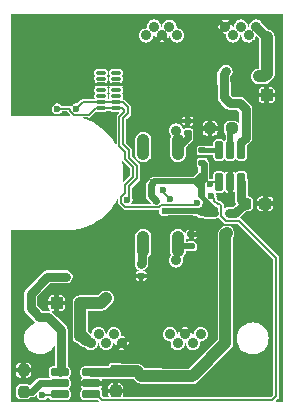
<source format=gbr>
%TF.GenerationSoftware,KiCad,Pcbnew,8.0.3*%
%TF.CreationDate,2024-07-01T18:30:19+03:00*%
%TF.ProjectId,Shield_Emergent_3,53686965-6c64-45f4-956d-657267656e74,rev?*%
%TF.SameCoordinates,Original*%
%TF.FileFunction,Copper,L4,Bot*%
%TF.FilePolarity,Positive*%
%FSLAX46Y46*%
G04 Gerber Fmt 4.6, Leading zero omitted, Abs format (unit mm)*
G04 Created by KiCad (PCBNEW 8.0.3) date 2024-07-01 18:30:19*
%MOMM*%
%LPD*%
G01*
G04 APERTURE LIST*
G04 Aperture macros list*
%AMRoundRect*
0 Rectangle with rounded corners*
0 $1 Rounding radius*
0 $2 $3 $4 $5 $6 $7 $8 $9 X,Y pos of 4 corners*
0 Add a 4 corners polygon primitive as box body*
4,1,4,$2,$3,$4,$5,$6,$7,$8,$9,$2,$3,0*
0 Add four circle primitives for the rounded corners*
1,1,$1+$1,$2,$3*
1,1,$1+$1,$4,$5*
1,1,$1+$1,$6,$7*
1,1,$1+$1,$8,$9*
0 Add four rect primitives between the rounded corners*
20,1,$1+$1,$2,$3,$4,$5,0*
20,1,$1+$1,$4,$5,$6,$7,0*
20,1,$1+$1,$6,$7,$8,$9,0*
20,1,$1+$1,$8,$9,$2,$3,0*%
G04 Aperture macros list end*
%TA.AperFunction,ComponentPad*%
%ADD10C,0.900000*%
%TD*%
%TA.AperFunction,ComponentPad*%
%ADD11O,1.100000X2.220000*%
%TD*%
%TA.AperFunction,SMDPad,CuDef*%
%ADD12RoundRect,0.135000X-0.185000X0.135000X-0.185000X-0.135000X0.185000X-0.135000X0.185000X0.135000X0*%
%TD*%
%TA.AperFunction,SMDPad,CuDef*%
%ADD13RoundRect,0.162500X0.617500X0.162500X-0.617500X0.162500X-0.617500X-0.162500X0.617500X-0.162500X0*%
%TD*%
%TA.AperFunction,SMDPad,CuDef*%
%ADD14RoundRect,0.250000X-0.300000X0.300000X-0.300000X-0.300000X0.300000X-0.300000X0.300000X0.300000X0*%
%TD*%
%TA.AperFunction,SMDPad,CuDef*%
%ADD15RoundRect,0.237500X0.237500X-0.250000X0.237500X0.250000X-0.237500X0.250000X-0.237500X-0.250000X0*%
%TD*%
%TA.AperFunction,SMDPad,CuDef*%
%ADD16RoundRect,0.135000X0.185000X-0.135000X0.185000X0.135000X-0.185000X0.135000X-0.185000X-0.135000X0*%
%TD*%
%TA.AperFunction,SMDPad,CuDef*%
%ADD17RoundRect,0.237500X-0.237500X0.300000X-0.237500X-0.300000X0.237500X-0.300000X0.237500X0.300000X0*%
%TD*%
%TA.AperFunction,SMDPad,CuDef*%
%ADD18RoundRect,0.075000X-0.350000X-0.075000X0.350000X-0.075000X0.350000X0.075000X-0.350000X0.075000X0*%
%TD*%
%TA.AperFunction,SMDPad,CuDef*%
%ADD19RoundRect,0.162500X0.162500X-0.617500X0.162500X0.617500X-0.162500X0.617500X-0.162500X-0.617500X0*%
%TD*%
%TA.AperFunction,SMDPad,CuDef*%
%ADD20RoundRect,0.237500X-0.300000X-0.237500X0.300000X-0.237500X0.300000X0.237500X-0.300000X0.237500X0*%
%TD*%
%TA.AperFunction,SMDPad,CuDef*%
%ADD21RoundRect,0.237500X0.250000X0.237500X-0.250000X0.237500X-0.250000X-0.237500X0.250000X-0.237500X0*%
%TD*%
%TA.AperFunction,SMDPad,CuDef*%
%ADD22RoundRect,0.250000X0.300000X0.300000X-0.300000X0.300000X-0.300000X-0.300000X0.300000X-0.300000X0*%
%TD*%
%TA.AperFunction,ViaPad*%
%ADD23C,0.600000*%
%TD*%
%TA.AperFunction,Conductor*%
%ADD24C,1.000000*%
%TD*%
%TA.AperFunction,Conductor*%
%ADD25C,0.800000*%
%TD*%
%TA.AperFunction,Conductor*%
%ADD26C,0.600000*%
%TD*%
%TA.AperFunction,Conductor*%
%ADD27C,0.500000*%
%TD*%
%TA.AperFunction,Conductor*%
%ADD28C,0.400000*%
%TD*%
%TA.AperFunction,Conductor*%
%ADD29C,0.250000*%
%TD*%
%TA.AperFunction,Conductor*%
%ADD30C,0.200000*%
%TD*%
%TA.AperFunction,Conductor*%
%ADD31C,0.150000*%
%TD*%
G04 APERTURE END LIST*
D10*
%TO.P,X1,*%
%TO.N,*%
X16500000Y-10400000D03*
X16500000Y-21400000D03*
D11*
%TO.P,X1,S1,SHIELD*%
%TO.N,Shield*%
X16670000Y-11800000D03*
X13730000Y-11800000D03*
X16670000Y-20000000D03*
X13730000Y-20000000D03*
%TD*%
D10*
%TO.P,J1,1,VBUS*%
%TO.N,VOUT1*%
X23300000Y-1600000D03*
%TO.P,J1,2,D-*%
%TO.N,D-*%
X22650000Y-2350000D03*
%TO.P,J1,3,D+*%
%TO.N,D+*%
X22000000Y-1600000D03*
%TO.P,J1,4,ID*%
%TO.N,unconnected-(J1-ID-Pad4)*%
X21350000Y-2350000D03*
%TO.P,J1,5,GND*%
%TO.N,GND*%
X20700000Y-1600000D03*
%TO.P,J1,6,SSTX-*%
%TO.N,TX1-*%
X16600000Y-2350000D03*
%TO.P,J1,7,SSTX+*%
%TO.N,TX1+*%
X15950000Y-1600000D03*
%TO.P,J1,8,DRAIN*%
%TO.N,GND*%
X15300000Y-2350000D03*
%TO.P,J1,9,SSRX-*%
%TO.N,RX1-*%
X14650000Y-1600000D03*
%TO.P,J1,10,SSRX+*%
%TO.N,RX1+*%
X14000000Y-2350000D03*
%TD*%
%TO.P,J3,1,VBUS*%
%TO.N,VOUT2*%
X9300000Y-28400000D03*
%TO.P,J3,2,D-*%
%TO.N,2_D-*%
X9950000Y-27650000D03*
%TO.P,J3,3,D+*%
%TO.N,2_D+*%
X10600000Y-28400000D03*
%TO.P,J3,4,ID*%
%TO.N,unconnected-(J3-ID-Pad4)*%
X11250000Y-27650000D03*
%TO.P,J3,5,GND*%
%TO.N,GND*%
X11900000Y-28400000D03*
%TO.P,J3,6,SSTX-*%
%TO.N,TX2+*%
X16000000Y-27650000D03*
%TO.P,J3,7,SSTX+*%
%TO.N,TX2-*%
X16650000Y-28400000D03*
%TO.P,J3,8,DRAIN*%
%TO.N,GND*%
X17300000Y-27650000D03*
%TO.P,J3,9,SSRX-*%
%TO.N,RX2-*%
X17950000Y-28400000D03*
%TO.P,J3,10,SSRX+*%
%TO.N,RX2+*%
X18600000Y-27650000D03*
%TD*%
D12*
%TO.P,R6,1*%
%TO.N,nFLT1*%
X18750000Y-12090000D03*
%TO.P,R6,2*%
%TO.N,VBUS*%
X18750000Y-13110000D03*
%TD*%
D13*
%TO.P,U2,1,IN*%
%TO.N,VBUS*%
X9350000Y-30850000D03*
%TO.P,U2,2,GND*%
%TO.N,GND*%
X9350000Y-31800000D03*
%TO.P,U2,3,EN*%
%TO.N,EN2*%
X9350000Y-32750000D03*
%TO.P,U2,4,nFAULT*%
%TO.N,nFLT2*%
X6650000Y-32750000D03*
%TO.P,U2,5,ILIM*%
%TO.N,Net-(U2-ILIM)*%
X6650000Y-31800000D03*
%TO.P,U2,6,OUT*%
%TO.N,VOUT2*%
X6650000Y-30850000D03*
%TD*%
D14*
%TO.P,D1,1,A1*%
%TO.N,VOUT1*%
X24200000Y-4600000D03*
%TO.P,D1,2,A2*%
%TO.N,GND*%
X24200000Y-7400000D03*
%TD*%
D15*
%TO.P,R8,1*%
%TO.N,Net-(U2-ILIM)*%
X3600000Y-32512500D03*
%TO.P,R8,2*%
%TO.N,GND*%
X3600000Y-30687500D03*
%TD*%
D16*
%TO.P,R2,1*%
%TO.N,Shield*%
X17500000Y-10610000D03*
%TO.P,R2,2*%
%TO.N,GND*%
X17500000Y-9590000D03*
%TD*%
D17*
%TO.P,C3,1*%
%TO.N,VBUS*%
X11400000Y-30737500D03*
%TO.P,C3,2*%
%TO.N,GND*%
X11400000Y-32462500D03*
%TD*%
D18*
%TO.P,U5,1,1*%
%TO.N,BTN1*%
X10175000Y-8500000D03*
%TO.P,U5,2,2*%
%TO.N,BTN2*%
X10175000Y-8000000D03*
%TO.P,U5,3,3*%
%TO.N,unconnected-(U5-Pad3)*%
X10175000Y-7500000D03*
%TO.P,U5,4,4*%
%TO.N,unconnected-(U5-Pad4)*%
X10175000Y-7000000D03*
%TO.P,U5,5,5*%
%TO.N,GND*%
X10175000Y-6500000D03*
%TO.P,U5,6,6*%
%TO.N,unconnected-(U5-Pad6)*%
X10175000Y-6000000D03*
%TO.P,U5,7,7*%
%TO.N,unconnected-(U5-Pad7)*%
X10175000Y-5500000D03*
%TO.P,U5,8,8*%
%TO.N,unconnected-(U5-Pad8)*%
X11425000Y-5500000D03*
%TO.P,U5,9,9*%
%TO.N,unconnected-(U5-Pad9)*%
X11425000Y-6000000D03*
%TO.P,U5,10,10*%
%TO.N,GND*%
X11425000Y-6500000D03*
%TO.P,U5,11,11*%
%TO.N,unconnected-(U5-Pad11)*%
X11425000Y-7000000D03*
%TO.P,U5,12,12*%
%TO.N,unconnected-(U5-Pad12)*%
X11425000Y-7500000D03*
%TO.P,U5,13,13*%
%TO.N,BTN2*%
X11425000Y-8000000D03*
%TO.P,U5,14,14*%
%TO.N,BTN1*%
X11425000Y-8500000D03*
%TD*%
D19*
%TO.P,U1,1,IN*%
%TO.N,VBUS*%
X22054522Y-14750000D03*
%TO.P,U1,2,GND*%
%TO.N,GND*%
X21104522Y-14750000D03*
%TO.P,U1,3,EN*%
%TO.N,EN1*%
X20154522Y-14750000D03*
%TO.P,U1,4,nFAULT*%
%TO.N,nFLT1*%
X20154522Y-12050000D03*
%TO.P,U1,5,ILIM*%
%TO.N,Net-(U1-ILIM)*%
X21104522Y-12050000D03*
%TO.P,U1,6,OUT*%
%TO.N,VOUT1*%
X22054522Y-12050000D03*
%TD*%
D12*
%TO.P,R3,1*%
%TO.N,Shield*%
X13550000Y-21690000D03*
%TO.P,R3,2*%
%TO.N,GND*%
X13550000Y-22710000D03*
%TD*%
D20*
%TO.P,C2,1*%
%TO.N,VBUS*%
X22337500Y-16600000D03*
%TO.P,C2,2*%
%TO.N,GND*%
X24062500Y-16600000D03*
%TD*%
D21*
%TO.P,R4,1*%
%TO.N,Net-(U1-ILIM)*%
X21217022Y-10200000D03*
%TO.P,R4,2*%
%TO.N,GND*%
X19392022Y-10200000D03*
%TD*%
D16*
%TO.P,R5,1*%
%TO.N,Shield*%
X17800000Y-20210000D03*
%TO.P,R5,2*%
%TO.N,GND*%
X17800000Y-19190000D03*
%TD*%
D22*
%TO.P,D2,1,A1*%
%TO.N,VOUT2*%
X9200000Y-25000000D03*
%TO.P,D2,2,A2*%
%TO.N,GND*%
X6400000Y-25000000D03*
%TD*%
D23*
%TO.N,GND*%
X18850000Y-25150000D03*
%TO.N,VBUS*%
X15200000Y-31200000D03*
X16600000Y-31200000D03*
X18000000Y-31100000D03*
X19100000Y-30100000D03*
X19800000Y-29400000D03*
X20700000Y-28400000D03*
X20800000Y-26500000D03*
X20800000Y-24900000D03*
X20700000Y-22700000D03*
X20800000Y-20800000D03*
X20800000Y-19100000D03*
%TO.N,VOUT1*%
X24200000Y-2450000D03*
X24200000Y-3450000D03*
%TO.N,VOUT2*%
X6800000Y-29850000D03*
X6800000Y-27450000D03*
X5700000Y-26300000D03*
X4550000Y-25800000D03*
X4200000Y-24650000D03*
%TO.N,VOUT1*%
X20600000Y-6400000D03*
X20750000Y-5400000D03*
X23500000Y-5800000D03*
X21900000Y-8100000D03*
X20800000Y-7800000D03*
%TO.N,GND*%
X8000000Y-31400000D03*
X14100000Y-25500000D03*
X19400000Y-11200000D03*
X25000000Y-11200000D03*
X22000000Y-30400000D03*
X5350000Y-24300000D03*
X13000000Y-9000000D03*
X21600000Y-13400000D03*
X19400000Y-22200000D03*
X3200000Y-24800000D03*
X15200000Y-3200000D03*
X23750000Y-15500000D03*
X11200000Y-29200000D03*
X13000000Y-8000000D03*
X17800000Y-12600000D03*
X15750000Y-19000000D03*
X18592203Y-1092203D03*
X9100000Y-5250000D03*
X24600000Y-1200000D03*
X8100000Y-29800000D03*
X17400000Y-32600000D03*
X15000000Y-30000000D03*
X12700000Y-9700000D03*
X12600000Y-29300000D03*
X23100000Y-7450000D03*
X12400000Y-25000000D03*
X18800000Y-23100000D03*
X23600000Y-11250000D03*
X13300000Y-10300000D03*
X19000000Y-28600000D03*
X16800000Y-3400000D03*
X22800000Y-13400000D03*
X15500000Y-22800000D03*
X20400000Y-4100000D03*
X12700000Y-31800000D03*
X24200000Y-32400000D03*
X5400000Y-21200000D03*
X4000000Y-8600000D03*
X19200000Y-2500000D03*
X18800000Y-26600000D03*
X20600000Y-13400000D03*
X15700000Y-26800000D03*
X12800000Y-3200000D03*
X12650000Y-19300000D03*
X16500000Y-9400000D03*
X24900000Y-8600000D03*
X19100000Y-7900000D03*
X24300000Y-21600000D03*
X11900000Y-20000000D03*
X22600000Y-25000000D03*
X12600000Y-5200000D03*
X21000000Y-32600000D03*
X14700000Y-8300000D03*
X24300000Y-24800000D03*
X23700000Y-8600000D03*
X22300000Y-19400000D03*
X23200000Y-3000000D03*
X12600000Y-7200000D03*
X14950000Y-27900000D03*
X12250000Y-17900000D03*
X5000000Y-30800000D03*
X12595144Y-11381856D03*
X3200000Y-27500000D03*
X23900000Y-14400000D03*
X13000000Y-28100000D03*
X15300000Y-950000D03*
X17700000Y-21400000D03*
X19800000Y-13400000D03*
X8000000Y-30600000D03*
X5250000Y-25000000D03*
X19600000Y-18900000D03*
X14500000Y-21800000D03*
X12375000Y-13900000D03*
X10400000Y-19200000D03*
X23200000Y-20700000D03*
X18000000Y-5000000D03*
X25000000Y-15550000D03*
X15200000Y-14000000D03*
X13500000Y-1100000D03*
X12200000Y-27400000D03*
X24900000Y-9900000D03*
X12600000Y-22600000D03*
X20300000Y-16100000D03*
X16500000Y-7800000D03*
X16800000Y-30200000D03*
X22000000Y-20800000D03*
X20200000Y-2400000D03*
X12600000Y-2200000D03*
X13000000Y-23450000D03*
X10400000Y-18200000D03*
X19600000Y-1800000D03*
X24550000Y-17950000D03*
X14000000Y-23450000D03*
X23400000Y-23300000D03*
X25100000Y-16650000D03*
X7200000Y-20800000D03*
X16000000Y-7200000D03*
X10500000Y-32200000D03*
X12600000Y-6200000D03*
X17800000Y-2400000D03*
X19300000Y-32400000D03*
X14800000Y-29000000D03*
X25050000Y-6350000D03*
X8200000Y-5200000D03*
X18026999Y-13900000D03*
X24650000Y-19650000D03*
X7200000Y-24150000D03*
X17800000Y-11800000D03*
X14700000Y-9100000D03*
X6800000Y-1400000D03*
X24050000Y-29800000D03*
X4400000Y-20800000D03*
X23600000Y-9900000D03*
X17900000Y-7100000D03*
X15800000Y-32600000D03*
X19200000Y-9000000D03*
X12600000Y-1200000D03*
X17300000Y-29200000D03*
X7250000Y-25900000D03*
X14700000Y-9900000D03*
X12600000Y-20850000D03*
X6800000Y-4000000D03*
X10600000Y-9600000D03*
X9600000Y-21200000D03*
X19600000Y-20600000D03*
X2800000Y-31400000D03*
X25100000Y-13500000D03*
X21100000Y-16150000D03*
X19200000Y-6050000D03*
X14500000Y-21800000D03*
X23000000Y-14800000D03*
X18900000Y-23900000D03*
X17800000Y-1100000D03*
X8000000Y-32200000D03*
X3800000Y-5400000D03*
X16900000Y-1100000D03*
X18600000Y-11000000D03*
X17100000Y-22300000D03*
X15700000Y-21000000D03*
X22300000Y-22300000D03*
X15888069Y-17902560D03*
X3400000Y-7200000D03*
%TO.N,VBUS*%
X14838909Y-16338909D03*
X14600000Y-14800000D03*
X12400000Y-30800000D03*
X19800000Y-17400000D03*
X19000000Y-17400000D03*
X18850000Y-14200000D03*
X15537961Y-17227000D03*
X21000000Y-17400000D03*
X13575000Y-31175000D03*
%TO.N,VOUT2*%
X7200000Y-22800000D03*
X8400000Y-25800000D03*
X10600000Y-24600000D03*
X8400000Y-26600000D03*
X8400000Y-27800000D03*
%TO.N,BTN2*%
X12373001Y-16277709D03*
X8050000Y-8550000D03*
%TO.N,EN1*%
X19404675Y-14970077D03*
%TO.N,EN2*%
X19488909Y-15911091D03*
X16000000Y-16175000D03*
X15400000Y-15400000D03*
%TO.N,BTN1*%
X6450000Y-8550000D03*
X18306587Y-16506587D03*
%TO.N,nFLT2*%
X5200000Y-32800000D03*
%TD*%
D24*
%TO.N,VBUS*%
X20700000Y-19200000D02*
X20800000Y-19100000D01*
X20700000Y-28400000D02*
X20700000Y-19200000D01*
X18000000Y-31100000D02*
X20700000Y-28400000D01*
X17900000Y-31200000D02*
X18000000Y-31100000D01*
X16600000Y-31200000D02*
X17900000Y-31200000D01*
X15200000Y-31200000D02*
X16600000Y-31200000D01*
X15175000Y-31175000D02*
X15200000Y-31200000D01*
X13575000Y-31175000D02*
X15175000Y-31175000D01*
D25*
%TO.N,VOUT1*%
X24200000Y-2500000D02*
X24200000Y-2500000D01*
X24200000Y-2450000D02*
X24200000Y-2500000D01*
X24150000Y-2450000D02*
X24200000Y-2450000D01*
D24*
X24200000Y-3450000D02*
X24200000Y-4600000D01*
D25*
%TO.N,VOUT2*%
X6800000Y-29850000D02*
X6800000Y-27450000D01*
X6800000Y-27450000D02*
X6800000Y-27324538D01*
X5700000Y-26224538D02*
X5675462Y-26200000D01*
X5700000Y-26300000D02*
X5700000Y-26224538D01*
X5775462Y-26300000D02*
X5700000Y-26300000D01*
X4550000Y-25800000D02*
X4200000Y-25450000D01*
X4200000Y-24650000D02*
X4200000Y-24200000D01*
%TO.N,VOUT1*%
X20600000Y-7600000D02*
X20800000Y-7800000D01*
X20600000Y-6400000D02*
X20600000Y-7600000D01*
X20550000Y-6350000D02*
X20600000Y-6400000D01*
X20550000Y-5600000D02*
X20550000Y-6350000D01*
X20750000Y-5400000D02*
X20550000Y-5600000D01*
D24*
X23500000Y-5800000D02*
X24000000Y-5800000D01*
D26*
X22054522Y-11345478D02*
X22054522Y-12050000D01*
D25*
X23300000Y-1600000D02*
X24150000Y-2450000D01*
D24*
X24200000Y-5600000D02*
X24200000Y-4600000D01*
X24000000Y-5800000D02*
X24200000Y-5600000D01*
D25*
X21100000Y-8100000D02*
X20800000Y-7800000D01*
X21900000Y-8100000D02*
X21100000Y-8100000D01*
X22400000Y-11000000D02*
X22054522Y-11345478D01*
D24*
X24200000Y-2500000D02*
X24200000Y-3450000D01*
D25*
X22400000Y-8600000D02*
X22400000Y-11000000D01*
X21900000Y-8100000D02*
X22400000Y-8600000D01*
D24*
%TO.N,VBUS*%
X13575000Y-31175000D02*
X13200000Y-30800000D01*
D27*
X18568597Y-17202000D02*
X18620597Y-17150000D01*
D24*
X13200000Y-30800000D02*
X11462500Y-30800000D01*
D25*
X22054522Y-16317022D02*
X22337500Y-16600000D01*
D27*
X18150000Y-14700000D02*
X18650000Y-15200000D01*
X18400000Y-17202000D02*
X18568597Y-17202000D01*
D25*
X11287500Y-30850000D02*
X11400000Y-30737500D01*
D26*
X18850000Y-13210000D02*
X18750000Y-13110000D01*
D27*
X14600000Y-14800000D02*
X14700000Y-14700000D01*
D28*
X18650000Y-15850000D02*
X18650000Y-15963288D01*
X19100000Y-16700000D02*
X19800000Y-17400000D01*
D27*
X15537961Y-17227000D02*
X15585961Y-17179000D01*
D26*
X14400000Y-15900000D02*
X14400000Y-15000000D01*
X18650000Y-14700000D02*
X18850000Y-14500000D01*
D25*
X9350000Y-30850000D02*
X11287500Y-30850000D01*
D27*
X18044577Y-17202000D02*
X18400000Y-17202000D01*
X14700000Y-14700000D02*
X17900000Y-14700000D01*
X18598000Y-17400000D02*
X18400000Y-17202000D01*
X18850000Y-14200000D02*
X18700000Y-14200000D01*
X19000000Y-17400000D02*
X18598000Y-17400000D01*
D28*
X19000000Y-16313288D02*
X19000000Y-16700000D01*
X19800000Y-17400000D02*
X19800000Y-17113288D01*
X19800000Y-17113288D02*
X19000000Y-16313288D01*
D26*
X14838909Y-16338909D02*
X14400000Y-15900000D01*
D25*
X22054522Y-14750000D02*
X22054522Y-16317022D01*
D26*
X18850000Y-14500000D02*
X18850000Y-13210000D01*
D27*
X15585961Y-17179000D02*
X18021577Y-17179000D01*
X18200000Y-14700000D02*
X18100000Y-14700000D01*
D26*
X18650000Y-15850000D02*
X18650000Y-15200000D01*
X18650000Y-15200000D02*
X18650000Y-14700000D01*
D27*
X18620597Y-17150000D02*
X18750000Y-17150000D01*
X18700000Y-14200000D02*
X18200000Y-14700000D01*
D28*
X19000000Y-16313288D02*
X19736712Y-17050000D01*
X19800000Y-17050000D02*
X19800000Y-17400000D01*
X18650000Y-15963288D02*
X19000000Y-16313288D01*
D27*
X18100000Y-14700000D02*
X17900000Y-14700000D01*
X19000000Y-17400000D02*
X19000000Y-16700000D01*
D25*
X21537500Y-17400000D02*
X22337500Y-16600000D01*
D26*
X14400000Y-15000000D02*
X14600000Y-14800000D01*
D29*
X11462500Y-30800000D02*
X11400000Y-30737500D01*
D27*
X18021577Y-17179000D02*
X18044577Y-17202000D01*
X18750000Y-17150000D02*
X19000000Y-17400000D01*
D26*
X19000000Y-17400000D02*
X19800000Y-17400000D01*
D28*
X19736712Y-17050000D02*
X19800000Y-17050000D01*
D25*
X21000000Y-17400000D02*
X21537500Y-17400000D01*
D27*
X18100000Y-14700000D02*
X18150000Y-14700000D01*
D30*
X18650000Y-13160000D02*
X18600000Y-13110000D01*
D28*
X19000000Y-16700000D02*
X19100000Y-16700000D01*
D27*
X17900000Y-14700000D02*
X18650000Y-14700000D01*
D25*
%TO.N,VOUT2*%
X6125463Y-26650001D02*
X5775462Y-26300000D01*
D24*
X8544365Y-27800000D02*
X8850000Y-28105635D01*
D25*
X4200000Y-25450000D02*
X4200000Y-24650000D01*
X6600000Y-30800000D02*
X6650000Y-30850000D01*
D24*
X8400000Y-27000000D02*
X8400000Y-27655635D01*
X8400000Y-25000000D02*
X10200000Y-25000000D01*
D25*
X5600000Y-22800000D02*
X7200000Y-22800000D01*
X6152868Y-26669516D02*
X6125463Y-26650001D01*
D24*
X8400000Y-25800000D02*
X8400000Y-25000000D01*
D25*
X5675462Y-26200000D02*
X4950000Y-26200000D01*
D26*
X8400000Y-27500000D02*
X9300000Y-28400000D01*
D24*
X8400000Y-27655635D02*
X8400000Y-27655635D01*
X8400000Y-27800000D02*
X8544365Y-27800000D01*
D25*
X6650000Y-30850000D02*
X6800000Y-30700000D01*
D24*
X10200000Y-25000000D02*
X10600000Y-24600000D01*
X8400000Y-27000000D02*
X8400000Y-26600000D01*
D25*
X6800000Y-27324538D02*
X6314679Y-26839217D01*
D24*
X8400000Y-27655635D02*
X8400000Y-27800000D01*
D25*
X4950000Y-26200000D02*
X4550000Y-25800000D01*
X4200000Y-24200000D02*
X5600000Y-22800000D01*
D26*
X8400000Y-27000000D02*
X8400000Y-27500000D01*
D25*
X6800000Y-30700000D02*
X6800000Y-29850000D01*
D24*
X8400000Y-26600000D02*
X8400000Y-25800000D01*
D25*
X6314679Y-26839217D02*
X6152868Y-26669516D01*
D28*
%TO.N,nFLT1*%
X20114522Y-12090000D02*
X20154522Y-12050000D01*
X18800000Y-12090000D02*
X20114522Y-12090000D01*
D30*
%TO.N,BTN2*%
X12550000Y-12082003D02*
X12550000Y-12687552D01*
X12550000Y-12687552D02*
X13229000Y-13366552D01*
X8050000Y-8550000D02*
X8600000Y-8000000D01*
X12050000Y-11582003D02*
X12550000Y-12082003D01*
X12527000Y-16123710D02*
X12373001Y-16277709D01*
X12450000Y-8450000D02*
X12450000Y-8950000D01*
X12450000Y-8950000D02*
X12050000Y-9350000D01*
X11425000Y-8000000D02*
X12000000Y-8000000D01*
X12000000Y-8000000D02*
X12450000Y-8450000D01*
X12527000Y-15135448D02*
X12527000Y-16123710D01*
X12050000Y-9350000D02*
X12050000Y-11582003D01*
X13229000Y-13366552D02*
X13229000Y-14433448D01*
X10175000Y-8000000D02*
X11425000Y-8000000D01*
X8600000Y-8000000D02*
X10175000Y-8000000D01*
X13229000Y-14433448D02*
X12527000Y-15135448D01*
%TO.N,EN1*%
X19624752Y-14750000D02*
X20154522Y-14750000D01*
X19404675Y-14970077D02*
X19624752Y-14750000D01*
%TO.N,EN2*%
X21850000Y-18050000D02*
X25000000Y-21200000D01*
X20730761Y-18050000D02*
X21850000Y-18050000D01*
X20350000Y-17669239D02*
X20730761Y-18050000D01*
X19750000Y-16172182D02*
X19750000Y-16327818D01*
X20227818Y-16650000D02*
X20350000Y-16772182D01*
X19750000Y-16327818D02*
X20072182Y-16650000D01*
X20350000Y-16772182D02*
X20350000Y-17669239D01*
X25000000Y-21200000D02*
X25000000Y-32900000D01*
X15400000Y-15400000D02*
X15400000Y-15575000D01*
X16000000Y-16175000D02*
X15887824Y-16175000D01*
X24673000Y-33227000D02*
X10277000Y-33227000D01*
X19488909Y-15911091D02*
X19750000Y-16172182D01*
X20072182Y-16650000D02*
X20227818Y-16650000D01*
X9800000Y-32750000D02*
X9350000Y-32750000D01*
X25000000Y-32900000D02*
X24673000Y-33227000D01*
X10277000Y-33227000D02*
X9800000Y-32750000D01*
X15400000Y-15575000D02*
X16000000Y-16175000D01*
D31*
%TO.N,BTN1*%
X8259936Y-9050000D02*
X9096000Y-9050000D01*
D30*
X12200000Y-12800000D02*
X12200000Y-12194451D01*
X15223109Y-16700000D02*
X15057200Y-16865909D01*
X12200000Y-15705419D02*
X12200000Y-15000000D01*
X11723000Y-11717451D02*
X11723000Y-9214552D01*
X18111174Y-16702000D02*
X15781709Y-16702000D01*
X11723000Y-9214552D02*
X12123000Y-8814552D01*
X9700000Y-8500000D02*
X10175000Y-8500000D01*
X11845998Y-16059421D02*
X12200000Y-15705419D01*
X12200000Y-15000000D02*
X12902000Y-14298000D01*
D31*
X6450000Y-8550000D02*
X7450000Y-8550000D01*
D30*
X10175000Y-8500000D02*
X11425000Y-8500000D01*
X12123000Y-8650000D02*
X11973000Y-8500000D01*
X15057200Y-16865909D02*
X12215909Y-16865909D01*
D31*
X8257936Y-9052000D02*
X8259936Y-9050000D01*
D30*
X12215909Y-16865909D02*
X11845998Y-16495998D01*
D31*
X9123000Y-9077000D02*
X9700000Y-8500000D01*
X7548000Y-8757936D02*
X7842064Y-9052000D01*
X7450000Y-8550000D02*
X7548000Y-8648000D01*
D30*
X12902000Y-14298000D02*
X12902000Y-13502000D01*
D31*
X7842064Y-9052000D02*
X8257936Y-9052000D01*
D30*
X18306587Y-16506587D02*
X18111174Y-16702000D01*
D31*
X7548000Y-8648000D02*
X7548000Y-8757936D01*
D30*
X12902000Y-13502000D02*
X12200000Y-12800000D01*
X12200000Y-12194451D02*
X11723000Y-11717451D01*
X15781709Y-16702000D02*
X15779709Y-16700000D01*
D31*
X9096000Y-9050000D02*
X9123000Y-9077000D01*
D30*
X11973000Y-8500000D02*
X11425000Y-8500000D01*
X15779709Y-16700000D02*
X15223109Y-16700000D01*
X12123000Y-8814552D02*
X12123000Y-8650000D01*
X11845998Y-16495998D02*
X11845998Y-16059421D01*
%TO.N,nFLT2*%
X6600000Y-32800000D02*
X6650000Y-32750000D01*
X5200000Y-32800000D02*
X6600000Y-32800000D01*
D26*
%TO.N,Shield*%
X17500000Y-11010000D02*
X17500000Y-10610000D01*
D25*
X13600000Y-21640000D02*
X13600000Y-20130000D01*
D27*
X17800000Y-20210000D02*
X16880000Y-20210000D01*
X16670000Y-11800000D02*
X16710000Y-11800000D01*
X16880000Y-20210000D02*
X16670000Y-20000000D01*
D26*
X16710000Y-11800000D02*
X17500000Y-11010000D01*
D25*
X13550000Y-21690000D02*
X13600000Y-21640000D01*
D27*
X13600000Y-20130000D02*
X13730000Y-20000000D01*
%TO.N,Net-(U1-ILIM)*%
X21104522Y-10312500D02*
X21217022Y-10200000D01*
X21104522Y-12050000D02*
X21104522Y-10312500D01*
D26*
%TO.N,Net-(U2-ILIM)*%
X4287500Y-32512500D02*
X3600000Y-32512500D01*
X6650000Y-31800000D02*
X5000000Y-31800000D01*
X5000000Y-31800000D02*
X4287500Y-32512500D01*
%TD*%
%TA.AperFunction,Conductor*%
%TO.N,GND*%
G36*
X11570998Y-16228209D02*
G01*
X11593828Y-16257962D01*
X11595498Y-16270644D01*
X11595498Y-16545827D01*
X11604024Y-16566409D01*
X11633634Y-16637895D01*
X11633635Y-16637896D01*
X11633636Y-16637898D01*
X12074009Y-17078271D01*
X12074010Y-17078271D01*
X12074012Y-17078273D01*
X12166081Y-17116409D01*
X12265737Y-17116409D01*
X15007372Y-17116409D01*
X15042179Y-17116409D01*
X15076827Y-17130761D01*
X15091179Y-17165409D01*
X15090680Y-17172382D01*
X15082828Y-17226998D01*
X15082828Y-17227002D01*
X15101262Y-17355223D01*
X15154126Y-17470976D01*
X15155079Y-17473063D01*
X15239912Y-17570967D01*
X15348892Y-17641004D01*
X15418054Y-17661311D01*
X15473184Y-17677499D01*
X15473189Y-17677500D01*
X15602733Y-17677500D01*
X15602737Y-17677499D01*
X15621201Y-17672077D01*
X15727030Y-17641004D01*
X15810628Y-17587279D01*
X15837119Y-17579500D01*
X17899561Y-17579500D01*
X17912243Y-17581170D01*
X17991846Y-17602499D01*
X17991847Y-17602500D01*
X17991850Y-17602500D01*
X18097304Y-17602500D01*
X18213811Y-17602500D01*
X18248459Y-17616852D01*
X18352087Y-17720480D01*
X18408073Y-17752804D01*
X18443410Y-17773206D01*
X18443412Y-17773207D01*
X18545269Y-17800499D01*
X18545270Y-17800500D01*
X18545273Y-17800500D01*
X18775530Y-17800500D01*
X18802020Y-17808278D01*
X18810041Y-17813432D01*
X18810931Y-17814004D01*
X18815783Y-17815428D01*
X18823143Y-17818580D01*
X18823148Y-17818570D01*
X18826110Y-17819797D01*
X18826114Y-17819799D01*
X18877715Y-17833625D01*
X18878732Y-17833911D01*
X18935228Y-17850500D01*
X18935233Y-17850500D01*
X19864769Y-17850500D01*
X19864772Y-17850500D01*
X19921286Y-17833905D01*
X19922284Y-17833624D01*
X19973886Y-17819799D01*
X19973889Y-17819796D01*
X19973893Y-17819796D01*
X19976854Y-17818570D01*
X19976858Y-17818580D01*
X19984221Y-17815427D01*
X19989069Y-17814004D01*
X20033589Y-17785391D01*
X20035576Y-17784181D01*
X20060541Y-17769767D01*
X20097722Y-17764873D01*
X20127475Y-17787703D01*
X20130309Y-17793450D01*
X20137635Y-17811134D01*
X20137638Y-17811139D01*
X20588861Y-18262362D01*
X20588862Y-18262362D01*
X20588864Y-18262364D01*
X20680933Y-18300500D01*
X20780588Y-18300500D01*
X21725943Y-18300500D01*
X21760591Y-18314852D01*
X24735148Y-21289408D01*
X24749500Y-21324056D01*
X24749500Y-32775943D01*
X24735148Y-32810591D01*
X24583591Y-32962148D01*
X24548943Y-32976500D01*
X12043323Y-32976500D01*
X12008675Y-32962148D01*
X11994323Y-32927500D01*
X11999664Y-32905254D01*
X12010626Y-32883738D01*
X12025000Y-32792994D01*
X12025000Y-32662500D01*
X10775000Y-32662500D01*
X10775000Y-32792994D01*
X10789373Y-32883738D01*
X10800336Y-32905254D01*
X10803279Y-32942641D01*
X10778923Y-32971159D01*
X10756677Y-32976500D01*
X10401056Y-32976500D01*
X10366408Y-32962148D01*
X10294851Y-32890591D01*
X10280499Y-32855943D01*
X10280499Y-32550825D01*
X10280499Y-32550824D01*
X10280499Y-32550822D01*
X10274499Y-32505240D01*
X10274498Y-32505238D01*
X10251552Y-32456031D01*
X10227850Y-32405201D01*
X10227849Y-32405200D01*
X10227848Y-32405198D01*
X10149801Y-32327151D01*
X10133198Y-32319409D01*
X10132605Y-32319132D01*
X10107270Y-32291483D01*
X10108906Y-32254015D01*
X10132607Y-32230315D01*
X10149508Y-32222433D01*
X10149510Y-32222432D01*
X10227432Y-32144510D01*
X10227433Y-32144508D01*
X10233263Y-32132005D01*
X10775000Y-32132005D01*
X10775000Y-32262500D01*
X11200000Y-32262500D01*
X11600000Y-32262500D01*
X12025000Y-32262500D01*
X12025000Y-32132005D01*
X12010627Y-32041262D01*
X11954903Y-31931896D01*
X11954901Y-31931893D01*
X11868106Y-31845098D01*
X11868103Y-31845096D01*
X11758737Y-31789372D01*
X11667994Y-31775000D01*
X11600000Y-31775000D01*
X11600000Y-32262500D01*
X11200000Y-32262500D01*
X11200000Y-31775000D01*
X11132006Y-31775000D01*
X11041262Y-31789372D01*
X10931896Y-31845096D01*
X10931893Y-31845098D01*
X10845098Y-31931893D01*
X10845096Y-31931896D01*
X10789372Y-32041262D01*
X10775000Y-32132005D01*
X10233263Y-32132005D01*
X10274009Y-32044628D01*
X10279884Y-32000000D01*
X8420117Y-32000000D01*
X8425990Y-32044626D01*
X8425992Y-32044632D01*
X8472567Y-32144510D01*
X8550489Y-32222432D01*
X8567393Y-32230315D01*
X8592729Y-32257966D01*
X8591093Y-32295433D01*
X8567393Y-32319133D01*
X8550198Y-32327151D01*
X8472151Y-32405198D01*
X8472150Y-32405200D01*
X8425501Y-32505238D01*
X8425501Y-32505239D01*
X8425501Y-32505240D01*
X8419501Y-32550820D01*
X8419500Y-32550824D01*
X8419500Y-32949174D01*
X8419501Y-32949179D01*
X8425500Y-32994760D01*
X8472150Y-33094799D01*
X8472151Y-33094801D01*
X8550198Y-33172848D01*
X8550200Y-33172849D01*
X8550201Y-33172850D01*
X8650240Y-33219499D01*
X8695821Y-33225500D01*
X9900942Y-33225499D01*
X9935590Y-33239851D01*
X9961591Y-33265852D01*
X9975943Y-33300500D01*
X9961591Y-33335148D01*
X9926943Y-33349500D01*
X2549000Y-33349500D01*
X2514352Y-33335148D01*
X2500000Y-33300500D01*
X2500000Y-32231968D01*
X2974500Y-32231968D01*
X2974500Y-32793030D01*
X2988890Y-32883893D01*
X3044684Y-32993396D01*
X3044689Y-32993403D01*
X3131596Y-33080310D01*
X3131603Y-33080315D01*
X3241103Y-33136107D01*
X3241107Y-33136109D01*
X3331967Y-33150500D01*
X3868032Y-33150499D01*
X3958893Y-33136109D01*
X3991975Y-33119253D01*
X4068396Y-33080315D01*
X4068398Y-33080313D01*
X4068403Y-33080311D01*
X4155311Y-32993403D01*
X4155315Y-32993396D01*
X4157171Y-32989754D01*
X4185688Y-32965398D01*
X4200830Y-32963000D01*
X4346811Y-32963000D01*
X4376930Y-32954928D01*
X4437173Y-32938786D01*
X4461387Y-32932299D01*
X4564114Y-32872989D01*
X4662102Y-32774999D01*
X4696750Y-32760648D01*
X4731398Y-32775000D01*
X4745251Y-32802675D01*
X4763301Y-32928223D01*
X4817118Y-33046063D01*
X4880536Y-33119253D01*
X4901951Y-33143967D01*
X5010931Y-33214004D01*
X5080093Y-33234311D01*
X5135223Y-33250499D01*
X5135228Y-33250500D01*
X5264772Y-33250500D01*
X5264776Y-33250499D01*
X5301040Y-33239851D01*
X5389069Y-33214004D01*
X5498049Y-33143967D01*
X5564383Y-33067412D01*
X5597919Y-33050625D01*
X5601415Y-33050500D01*
X5720277Y-33050500D01*
X5754925Y-33064852D01*
X5764686Y-33078792D01*
X5772150Y-33094799D01*
X5772151Y-33094801D01*
X5850198Y-33172848D01*
X5850200Y-33172849D01*
X5850201Y-33172850D01*
X5950240Y-33219499D01*
X5995821Y-33225500D01*
X7304178Y-33225499D01*
X7349760Y-33219499D01*
X7449799Y-33172850D01*
X7527850Y-33094799D01*
X7574499Y-32994760D01*
X7580500Y-32949179D01*
X7580499Y-32550822D01*
X7574499Y-32505240D01*
X7574498Y-32505238D01*
X7551552Y-32456031D01*
X7527850Y-32405201D01*
X7527849Y-32405200D01*
X7527848Y-32405198D01*
X7449801Y-32327151D01*
X7449799Y-32327150D01*
X7433198Y-32319409D01*
X7407861Y-32291759D01*
X7409497Y-32254292D01*
X7433198Y-32230591D01*
X7433790Y-32230315D01*
X7449799Y-32222850D01*
X7527850Y-32144799D01*
X7574499Y-32044760D01*
X7580500Y-31999179D01*
X7580499Y-31600822D01*
X7574499Y-31555240D01*
X7527850Y-31455201D01*
X7527849Y-31455200D01*
X7527848Y-31455198D01*
X7449801Y-31377151D01*
X7449799Y-31377150D01*
X7433198Y-31369409D01*
X7407861Y-31341759D01*
X7409497Y-31304292D01*
X7433198Y-31280591D01*
X7449799Y-31272850D01*
X7527850Y-31194799D01*
X7574499Y-31094760D01*
X7580500Y-31049179D01*
X7580499Y-30650824D01*
X8419500Y-30650824D01*
X8419500Y-31049174D01*
X8419501Y-31049179D01*
X8425500Y-31094760D01*
X8472150Y-31194799D01*
X8472151Y-31194801D01*
X8550199Y-31272849D01*
X8550200Y-31272849D01*
X8550201Y-31272850D01*
X8567392Y-31280866D01*
X8592729Y-31308515D01*
X8591093Y-31345983D01*
X8567395Y-31369683D01*
X8550490Y-31377566D01*
X8472567Y-31455489D01*
X8472566Y-31455491D01*
X8425990Y-31555371D01*
X8420116Y-31599999D01*
X8420117Y-31600000D01*
X10279882Y-31600000D01*
X10279882Y-31599999D01*
X10274009Y-31555373D01*
X10274007Y-31555367D01*
X10234297Y-31470209D01*
X10232661Y-31432741D01*
X10257997Y-31405091D01*
X10278706Y-31400500D01*
X11008522Y-31400500D01*
X11030768Y-31405841D01*
X11041107Y-31411109D01*
X11131967Y-31425500D01*
X11267918Y-31425499D01*
X11277478Y-31426441D01*
X11371396Y-31445122D01*
X11398431Y-31450500D01*
X12910258Y-31450500D01*
X12944906Y-31464852D01*
X13160331Y-31680277D01*
X13265427Y-31750499D01*
X13265430Y-31750501D01*
X13266869Y-31751463D01*
X13266871Y-31751464D01*
X13266873Y-31751465D01*
X13385256Y-31800501D01*
X13510931Y-31825500D01*
X15005423Y-31825500D01*
X15014983Y-31826442D01*
X15108764Y-31845096D01*
X15135931Y-31850500D01*
X17964069Y-31850500D01*
X18089744Y-31825501D01*
X18208127Y-31776465D01*
X18314669Y-31705277D01*
X18505276Y-31514670D01*
X18505277Y-31514669D01*
X21205277Y-28814669D01*
X21276466Y-28708126D01*
X21296724Y-28659218D01*
X21316733Y-28610912D01*
X21316733Y-28610911D01*
X21325501Y-28589744D01*
X21350500Y-28464069D01*
X21350500Y-28000000D01*
X21644341Y-28000000D01*
X21664937Y-28235410D01*
X21664938Y-28235416D01*
X21726094Y-28463655D01*
X21726095Y-28463660D01*
X21825963Y-28677828D01*
X21825970Y-28677840D01*
X21961500Y-28871395D01*
X21961506Y-28871402D01*
X22128597Y-29038493D01*
X22128604Y-29038499D01*
X22322159Y-29174029D01*
X22322171Y-29174036D01*
X22536339Y-29273904D01*
X22536344Y-29273905D01*
X22764583Y-29335061D01*
X22764587Y-29335061D01*
X22764592Y-29335063D01*
X23000000Y-29355659D01*
X23235408Y-29335063D01*
X23235414Y-29335061D01*
X23235416Y-29335061D01*
X23349535Y-29304483D01*
X23463657Y-29273904D01*
X23463660Y-29273904D01*
X23463660Y-29273903D01*
X23463663Y-29273903D01*
X23677830Y-29174035D01*
X23677831Y-29174034D01*
X23677840Y-29174029D01*
X23871395Y-29038499D01*
X23871401Y-29038495D01*
X24038495Y-28871401D01*
X24082943Y-28807923D01*
X24174029Y-28677840D01*
X24174036Y-28677828D01*
X24215111Y-28589742D01*
X24273903Y-28463663D01*
X24305558Y-28345523D01*
X24335061Y-28235416D01*
X24335062Y-28235410D01*
X24335063Y-28235408D01*
X24355659Y-28000000D01*
X24335063Y-27764592D01*
X24328474Y-27740002D01*
X24273905Y-27536344D01*
X24273904Y-27536339D01*
X24174036Y-27322172D01*
X24174028Y-27322160D01*
X24038499Y-27128604D01*
X24038493Y-27128597D01*
X23871402Y-26961506D01*
X23871395Y-26961500D01*
X23677840Y-26825970D01*
X23677828Y-26825963D01*
X23463660Y-26726095D01*
X23463655Y-26726094D01*
X23235416Y-26664938D01*
X23235410Y-26664937D01*
X23000000Y-26644341D01*
X22764589Y-26664937D01*
X22764583Y-26664938D01*
X22536344Y-26726094D01*
X22536339Y-26726095D01*
X22322172Y-26825963D01*
X22322160Y-26825971D01*
X22128604Y-26961500D01*
X22128597Y-26961506D01*
X21961506Y-27128597D01*
X21961500Y-27128604D01*
X21825971Y-27322160D01*
X21825963Y-27322172D01*
X21726095Y-27536339D01*
X21726094Y-27536344D01*
X21664938Y-27764583D01*
X21664937Y-27764589D01*
X21644341Y-28000000D01*
X21350500Y-28000000D01*
X21350500Y-19461850D01*
X21358758Y-19434627D01*
X21376465Y-19408127D01*
X21425501Y-19289744D01*
X21450499Y-19164069D01*
X21450499Y-19035931D01*
X21425501Y-18910257D01*
X21376465Y-18791874D01*
X21305276Y-18685331D01*
X21214669Y-18594724D01*
X21108126Y-18523535D01*
X21016418Y-18485548D01*
X20989746Y-18474500D01*
X20989740Y-18474498D01*
X20939060Y-18464417D01*
X20864069Y-18449501D01*
X20735931Y-18449501D01*
X20673381Y-18461942D01*
X20610258Y-18474498D01*
X20610252Y-18474500D01*
X20491874Y-18523534D01*
X20385329Y-18594724D01*
X20194723Y-18785330D01*
X20148883Y-18853937D01*
X20148882Y-18853936D01*
X20123535Y-18891871D01*
X20123535Y-18891872D01*
X20074498Y-19010257D01*
X20074497Y-19010262D01*
X20049500Y-19135927D01*
X20049500Y-28110258D01*
X20035148Y-28144906D01*
X17644906Y-30535148D01*
X17610258Y-30549500D01*
X15369577Y-30549500D01*
X15360017Y-30548558D01*
X15239072Y-30524500D01*
X15239069Y-30524500D01*
X13864742Y-30524500D01*
X13830094Y-30510148D01*
X13614668Y-30294722D01*
X13508129Y-30223536D01*
X13389742Y-30174498D01*
X13389737Y-30174497D01*
X13264072Y-30149500D01*
X13264069Y-30149500D01*
X11918510Y-30149500D01*
X11883862Y-30135148D01*
X11868403Y-30119689D01*
X11868396Y-30119684D01*
X11758896Y-30063892D01*
X11758894Y-30063891D01*
X11758893Y-30063891D01*
X11668033Y-30049500D01*
X11668031Y-30049500D01*
X11131969Y-30049500D01*
X11041106Y-30063890D01*
X10931603Y-30119684D01*
X10931596Y-30119689D01*
X10844688Y-30206597D01*
X10836058Y-30223536D01*
X10810984Y-30272746D01*
X10782468Y-30297102D01*
X10767326Y-30299500D01*
X9277522Y-30299500D01*
X9137519Y-30337014D01*
X9137515Y-30337016D01*
X9083958Y-30367936D01*
X9059459Y-30374500D01*
X8695825Y-30374500D01*
X8695820Y-30374501D01*
X8650239Y-30380500D01*
X8550200Y-30427150D01*
X8550198Y-30427151D01*
X8472151Y-30505198D01*
X8472150Y-30505200D01*
X8425501Y-30605238D01*
X8425501Y-30605239D01*
X8425501Y-30605240D01*
X8419501Y-30650820D01*
X8419500Y-30650824D01*
X7580499Y-30650824D01*
X7580499Y-30650822D01*
X7574499Y-30605240D01*
X7574498Y-30605238D01*
X7548507Y-30549500D01*
X7527850Y-30505201D01*
X7527849Y-30505200D01*
X7527848Y-30505198D01*
X7449801Y-30427151D01*
X7378791Y-30394038D01*
X7353455Y-30366388D01*
X7350500Y-30349629D01*
X7350500Y-27252060D01*
X7317419Y-27128604D01*
X7312984Y-27112053D01*
X7293999Y-27079170D01*
X7240510Y-26986524D01*
X6709000Y-26455013D01*
X6708185Y-26454179D01*
X6566054Y-26305118D01*
X6563732Y-26302502D01*
X6531225Y-26263131D01*
X6518817Y-26254295D01*
X6511778Y-26248195D01*
X6501272Y-26237177D01*
X6501271Y-26237176D01*
X6501268Y-26237173D01*
X6480382Y-26224443D01*
X6471238Y-26217251D01*
X6037634Y-25783647D01*
X6023282Y-25748999D01*
X6037634Y-25714351D01*
X6072282Y-25699999D01*
X6200000Y-25699999D01*
X6600000Y-25699999D01*
X6731479Y-25699999D01*
X6825147Y-25685165D01*
X6938038Y-25627645D01*
X6938045Y-25627640D01*
X7027640Y-25538045D01*
X7027645Y-25538038D01*
X7085163Y-25425150D01*
X7100000Y-25331480D01*
X7100000Y-25200000D01*
X6600000Y-25200000D01*
X6600000Y-25699999D01*
X6200000Y-25699999D01*
X6200000Y-25200000D01*
X5700001Y-25200000D01*
X5700001Y-25331479D01*
X5714834Y-25425147D01*
X5772354Y-25538038D01*
X5772359Y-25538045D01*
X5804239Y-25569925D01*
X5818591Y-25604573D01*
X5804239Y-25639221D01*
X5769591Y-25653573D01*
X5756910Y-25651904D01*
X5747938Y-25649500D01*
X5747937Y-25649500D01*
X5198321Y-25649500D01*
X5163673Y-25635148D01*
X4764852Y-25236327D01*
X4750500Y-25201679D01*
X4750500Y-24935927D01*
X7749500Y-24935927D01*
X7749500Y-27864072D01*
X7774497Y-27989737D01*
X7774498Y-27989742D01*
X7774499Y-27989744D01*
X7823535Y-28108127D01*
X7894724Y-28214669D01*
X7985331Y-28305276D01*
X8091873Y-28376465D01*
X8210256Y-28425501D01*
X8245192Y-28432450D01*
X8270279Y-28445860D01*
X8435331Y-28610911D01*
X8541873Y-28682100D01*
X8660256Y-28731136D01*
X8785931Y-28756134D01*
X8792193Y-28756134D01*
X8826841Y-28770486D01*
X8831067Y-28775305D01*
X8861272Y-28814669D01*
X8871718Y-28828282D01*
X8997159Y-28924536D01*
X8997161Y-28924536D01*
X8997163Y-28924538D01*
X9039470Y-28942062D01*
X9143238Y-28985044D01*
X9300000Y-29005682D01*
X9456762Y-28985044D01*
X9602841Y-28924536D01*
X9728282Y-28828282D01*
X9824536Y-28702841D01*
X9885044Y-28556762D01*
X9901419Y-28432379D01*
X9920171Y-28399902D01*
X9956396Y-28390195D01*
X9988874Y-28408947D01*
X9998581Y-28432380D01*
X10014955Y-28556761D01*
X10075461Y-28702836D01*
X10075464Y-28702841D01*
X10161271Y-28814668D01*
X10171718Y-28828282D01*
X10297159Y-28924536D01*
X10297161Y-28924536D01*
X10297163Y-28924538D01*
X10339470Y-28942062D01*
X10443238Y-28985044D01*
X10600000Y-29005682D01*
X10756762Y-28985044D01*
X10902841Y-28924536D01*
X11028282Y-28828282D01*
X11124536Y-28702841D01*
X11185044Y-28556762D01*
X11201671Y-28430460D01*
X11220422Y-28397983D01*
X11256647Y-28388276D01*
X11289126Y-28407027D01*
X11298833Y-28430461D01*
X11315443Y-28556630D01*
X11357936Y-28659218D01*
X11357937Y-28659218D01*
X11600000Y-28417155D01*
X11600000Y-28439496D01*
X11620444Y-28515796D01*
X11659940Y-28584205D01*
X11715795Y-28640060D01*
X11784204Y-28679556D01*
X11860504Y-28700000D01*
X11882843Y-28700000D01*
X11640780Y-28942061D01*
X11743371Y-28984556D01*
X11900000Y-29005176D01*
X12056628Y-28984556D01*
X12056632Y-28984555D01*
X12159218Y-28942062D01*
X12159218Y-28942061D01*
X11917157Y-28700000D01*
X11939496Y-28700000D01*
X12015796Y-28679556D01*
X12084205Y-28640060D01*
X12140060Y-28584205D01*
X12179556Y-28515796D01*
X12200000Y-28439496D01*
X12200000Y-28417157D01*
X12442061Y-28659218D01*
X12442062Y-28659218D01*
X12484555Y-28556632D01*
X12484556Y-28556628D01*
X12505176Y-28400000D01*
X12484556Y-28243371D01*
X12442061Y-28140780D01*
X12200000Y-28382841D01*
X12200000Y-28360504D01*
X12179556Y-28284204D01*
X12140060Y-28215795D01*
X12084205Y-28159940D01*
X12015796Y-28120444D01*
X11939496Y-28100000D01*
X11917157Y-28100000D01*
X12159218Y-27857937D01*
X12159218Y-27857936D01*
X12056630Y-27815443D01*
X11899999Y-27794823D01*
X11899992Y-27794823D01*
X11898797Y-27794980D01*
X11898212Y-27794823D01*
X11896789Y-27794823D01*
X11896789Y-27794441D01*
X11862574Y-27785265D01*
X11843831Y-27752782D01*
X11843831Y-27740010D01*
X11855682Y-27650000D01*
X15394318Y-27650000D01*
X15414955Y-27806761D01*
X15475461Y-27952836D01*
X15475464Y-27952841D01*
X15571718Y-28078282D01*
X15697159Y-28174536D01*
X15697161Y-28174536D01*
X15697163Y-28174538D01*
X15794046Y-28214668D01*
X15843238Y-28235044D01*
X16000000Y-28255682D01*
X16001122Y-28255534D01*
X16001673Y-28255682D01*
X16003212Y-28255682D01*
X16003212Y-28256094D01*
X16037346Y-28265240D01*
X16056099Y-28297718D01*
X16056099Y-28310510D01*
X16044318Y-28399999D01*
X16064955Y-28556761D01*
X16125461Y-28702836D01*
X16125464Y-28702841D01*
X16211271Y-28814668D01*
X16221718Y-28828282D01*
X16347159Y-28924536D01*
X16347161Y-28924536D01*
X16347163Y-28924538D01*
X16389470Y-28942062D01*
X16493238Y-28985044D01*
X16650000Y-29005682D01*
X16806762Y-28985044D01*
X16952841Y-28924536D01*
X17078282Y-28828282D01*
X17174536Y-28702841D01*
X17235044Y-28556762D01*
X17251419Y-28432379D01*
X17270171Y-28399902D01*
X17306396Y-28390195D01*
X17338874Y-28408947D01*
X17348581Y-28432380D01*
X17364955Y-28556761D01*
X17425461Y-28702836D01*
X17425464Y-28702841D01*
X17511271Y-28814668D01*
X17521718Y-28828282D01*
X17647159Y-28924536D01*
X17647161Y-28924536D01*
X17647163Y-28924538D01*
X17689470Y-28942062D01*
X17793238Y-28985044D01*
X17950000Y-29005682D01*
X18106762Y-28985044D01*
X18252841Y-28924536D01*
X18378282Y-28828282D01*
X18474536Y-28702841D01*
X18535044Y-28556762D01*
X18555682Y-28400000D01*
X18543900Y-28310510D01*
X18553607Y-28274286D01*
X18586085Y-28255534D01*
X18598876Y-28255534D01*
X18600000Y-28255682D01*
X18756762Y-28235044D01*
X18902841Y-28174536D01*
X19028282Y-28078282D01*
X19124536Y-27952841D01*
X19185044Y-27806762D01*
X19205682Y-27650000D01*
X19185044Y-27493238D01*
X19146648Y-27400541D01*
X19124538Y-27347163D01*
X19124535Y-27347158D01*
X19105353Y-27322160D01*
X19028282Y-27221718D01*
X18902841Y-27125464D01*
X18902836Y-27125461D01*
X18756761Y-27064955D01*
X18600000Y-27044318D01*
X18443238Y-27064955D01*
X18297163Y-27125461D01*
X18297158Y-27125464D01*
X18171718Y-27221717D01*
X18171717Y-27221718D01*
X18075464Y-27347158D01*
X18075461Y-27347163D01*
X18014955Y-27493238D01*
X17998328Y-27619538D01*
X17979576Y-27652016D01*
X17943351Y-27661723D01*
X17910873Y-27642971D01*
X17901166Y-27619538D01*
X17884556Y-27493370D01*
X17842061Y-27390780D01*
X17600000Y-27632841D01*
X17600000Y-27610504D01*
X17579556Y-27534204D01*
X17540060Y-27465795D01*
X17484205Y-27409940D01*
X17415796Y-27370444D01*
X17339496Y-27350000D01*
X17317158Y-27350000D01*
X17559218Y-27107937D01*
X17559218Y-27107936D01*
X17456630Y-27065443D01*
X17300000Y-27044823D01*
X17143369Y-27065443D01*
X17040780Y-27107936D01*
X17040780Y-27107937D01*
X17282843Y-27350000D01*
X17260504Y-27350000D01*
X17184204Y-27370444D01*
X17115795Y-27409940D01*
X17059940Y-27465795D01*
X17020444Y-27534204D01*
X17000000Y-27610504D01*
X17000000Y-27632843D01*
X16757937Y-27390780D01*
X16757936Y-27390780D01*
X16715443Y-27493369D01*
X16698833Y-27619538D01*
X16680081Y-27652016D01*
X16643856Y-27661723D01*
X16611378Y-27642971D01*
X16601671Y-27619538D01*
X16585044Y-27493238D01*
X16546648Y-27400541D01*
X16524538Y-27347163D01*
X16524535Y-27347158D01*
X16505353Y-27322160D01*
X16428282Y-27221718D01*
X16302841Y-27125464D01*
X16302836Y-27125461D01*
X16156761Y-27064955D01*
X16000000Y-27044318D01*
X15843238Y-27064955D01*
X15697163Y-27125461D01*
X15697158Y-27125464D01*
X15571718Y-27221717D01*
X15571717Y-27221718D01*
X15475464Y-27347158D01*
X15475461Y-27347163D01*
X15414955Y-27493238D01*
X15394318Y-27650000D01*
X11855682Y-27650000D01*
X11835044Y-27493238D01*
X11796648Y-27400541D01*
X11774538Y-27347163D01*
X11774535Y-27347158D01*
X11755353Y-27322160D01*
X11678282Y-27221718D01*
X11552841Y-27125464D01*
X11552836Y-27125461D01*
X11406761Y-27064955D01*
X11250000Y-27044318D01*
X11093238Y-27064955D01*
X10947163Y-27125461D01*
X10947158Y-27125464D01*
X10821718Y-27221717D01*
X10821717Y-27221718D01*
X10725464Y-27347158D01*
X10725461Y-27347163D01*
X10664955Y-27493238D01*
X10648581Y-27617619D01*
X10629829Y-27650097D01*
X10593604Y-27659804D01*
X10561126Y-27641052D01*
X10551419Y-27617619D01*
X10535044Y-27493238D01*
X10474538Y-27347163D01*
X10474535Y-27347158D01*
X10455353Y-27322160D01*
X10378282Y-27221718D01*
X10252841Y-27125464D01*
X10252836Y-27125461D01*
X10106761Y-27064955D01*
X9950000Y-27044318D01*
X9793238Y-27064955D01*
X9647163Y-27125461D01*
X9647158Y-27125464D01*
X9521718Y-27221717D01*
X9521717Y-27221718D01*
X9425464Y-27347158D01*
X9425461Y-27347163D01*
X9364955Y-27493238D01*
X9353796Y-27578005D01*
X9335044Y-27610483D01*
X9298819Y-27620190D01*
X9270567Y-27606257D01*
X9198514Y-27534204D01*
X9064852Y-27400541D01*
X9050500Y-27365893D01*
X9050500Y-25749499D01*
X9064852Y-25714851D01*
X9099500Y-25700499D01*
X9531517Y-25700499D01*
X9531518Y-25700499D01*
X9625304Y-25685646D01*
X9650555Y-25672779D01*
X9683801Y-25655841D01*
X9706046Y-25650500D01*
X10264069Y-25650500D01*
X10389744Y-25625501D01*
X10508127Y-25576465D01*
X10541843Y-25553937D01*
X10614669Y-25505277D01*
X11105276Y-25014670D01*
X11176465Y-24908127D01*
X11225501Y-24789744D01*
X11250499Y-24664069D01*
X11250499Y-24535931D01*
X11225501Y-24410257D01*
X11176465Y-24291874D01*
X11105276Y-24185331D01*
X11014669Y-24094724D01*
X10908126Y-24023535D01*
X10908124Y-24023534D01*
X10789746Y-23974500D01*
X10789740Y-23974498D01*
X10739060Y-23964417D01*
X10664069Y-23949501D01*
X10535931Y-23949501D01*
X10473381Y-23961942D01*
X10410258Y-23974498D01*
X10410252Y-23974500D01*
X10291874Y-24023534D01*
X10185329Y-24094724D01*
X9944906Y-24335148D01*
X9910258Y-24349500D01*
X9706046Y-24349500D01*
X9683801Y-24344159D01*
X9625307Y-24314355D01*
X9625305Y-24314354D01*
X9625304Y-24314354D01*
X9531519Y-24299500D01*
X9531517Y-24299500D01*
X8868482Y-24299500D01*
X8774696Y-24314353D01*
X8716199Y-24344159D01*
X8693954Y-24349500D01*
X8335927Y-24349500D01*
X8210262Y-24374497D01*
X8210257Y-24374498D01*
X8091874Y-24423534D01*
X7985331Y-24494723D01*
X7894723Y-24585331D01*
X7823534Y-24691874D01*
X7774498Y-24810257D01*
X7774497Y-24810262D01*
X7749500Y-24935927D01*
X4750500Y-24935927D01*
X4750500Y-24668519D01*
X5700000Y-24668519D01*
X5700000Y-24800000D01*
X6200000Y-24800000D01*
X6600000Y-24800000D01*
X7099999Y-24800000D01*
X7099999Y-24668520D01*
X7085165Y-24574852D01*
X7027645Y-24461961D01*
X7027640Y-24461954D01*
X6938045Y-24372359D01*
X6938038Y-24372354D01*
X6825150Y-24314836D01*
X6731480Y-24300000D01*
X6600000Y-24300000D01*
X6600000Y-24800000D01*
X6200000Y-24800000D01*
X6200000Y-24300000D01*
X6068520Y-24300000D01*
X5974852Y-24314834D01*
X5861961Y-24372354D01*
X5861954Y-24372359D01*
X5772359Y-24461954D01*
X5772354Y-24461961D01*
X5714836Y-24574849D01*
X5700000Y-24668519D01*
X4750500Y-24668519D01*
X4750500Y-24448321D01*
X4764852Y-24413673D01*
X5813673Y-23364852D01*
X5848321Y-23350500D01*
X7272477Y-23350500D01*
X7342480Y-23331742D01*
X7412485Y-23312984D01*
X7538015Y-23240509D01*
X7640509Y-23138015D01*
X7712984Y-23012485D01*
X7740445Y-22910001D01*
X13082603Y-22910001D01*
X13082763Y-22911375D01*
X13082764Y-22911381D01*
X13125803Y-23008855D01*
X13201144Y-23084196D01*
X13298616Y-23127235D01*
X13322443Y-23129999D01*
X13322447Y-23130000D01*
X13350000Y-23130000D01*
X13750000Y-23130000D01*
X13777553Y-23130000D01*
X13777556Y-23129999D01*
X13801383Y-23127235D01*
X13898855Y-23084196D01*
X13974196Y-23008855D01*
X14017235Y-22911381D01*
X14017236Y-22911375D01*
X14017396Y-22910001D01*
X14017395Y-22910000D01*
X13750000Y-22910000D01*
X13750000Y-23130000D01*
X13350000Y-23130000D01*
X13350000Y-22910000D01*
X13082605Y-22910000D01*
X13082603Y-22910001D01*
X7740445Y-22910001D01*
X7740445Y-22910000D01*
X7750500Y-22872477D01*
X7750500Y-22727522D01*
X7712984Y-22587516D01*
X7712983Y-22587512D01*
X7640508Y-22461984D01*
X7538015Y-22359491D01*
X7412487Y-22287016D01*
X7412483Y-22287015D01*
X7272478Y-22249500D01*
X7272475Y-22249500D01*
X5527525Y-22249500D01*
X5527522Y-22249500D01*
X5391325Y-22285994D01*
X5391326Y-22285995D01*
X5387515Y-22287016D01*
X5387513Y-22287017D01*
X5261991Y-22359485D01*
X5261982Y-22359492D01*
X3759491Y-23861984D01*
X3759490Y-23861984D01*
X3708963Y-23949500D01*
X3708963Y-23949501D01*
X3687016Y-23987515D01*
X3687014Y-23987519D01*
X3649500Y-24127522D01*
X3649500Y-24127525D01*
X3649500Y-24577525D01*
X3649500Y-25522475D01*
X3657930Y-25553937D01*
X3663967Y-25576464D01*
X3663967Y-25576465D01*
X3687014Y-25662480D01*
X3687015Y-25662482D01*
X3687016Y-25662485D01*
X3687017Y-25662486D01*
X3759485Y-25788008D01*
X3759492Y-25788017D01*
X4603486Y-26632011D01*
X4617838Y-26666659D01*
X4603486Y-26701307D01*
X4581521Y-26713989D01*
X4536342Y-26726094D01*
X4536339Y-26726095D01*
X4322172Y-26825963D01*
X4322160Y-26825971D01*
X4128604Y-26961500D01*
X4128597Y-26961506D01*
X3961506Y-27128597D01*
X3961500Y-27128604D01*
X3825971Y-27322160D01*
X3825963Y-27322172D01*
X3726095Y-27536339D01*
X3726094Y-27536344D01*
X3664938Y-27764583D01*
X3664937Y-27764589D01*
X3644341Y-28000000D01*
X3664937Y-28235410D01*
X3664938Y-28235416D01*
X3726094Y-28463655D01*
X3726095Y-28463660D01*
X3825963Y-28677828D01*
X3825970Y-28677840D01*
X3961500Y-28871395D01*
X3961506Y-28871402D01*
X4128597Y-29038493D01*
X4128604Y-29038499D01*
X4322159Y-29174029D01*
X4322171Y-29174036D01*
X4536339Y-29273904D01*
X4536344Y-29273905D01*
X4764583Y-29335061D01*
X4764587Y-29335061D01*
X4764592Y-29335063D01*
X5000000Y-29355659D01*
X5235408Y-29335063D01*
X5235414Y-29335061D01*
X5235416Y-29335061D01*
X5349535Y-29304483D01*
X5463657Y-29273904D01*
X5463660Y-29273904D01*
X5463660Y-29273903D01*
X5463663Y-29273903D01*
X5677830Y-29174035D01*
X5677831Y-29174034D01*
X5677840Y-29174029D01*
X5871395Y-29038499D01*
X5871401Y-29038495D01*
X6038495Y-28871401D01*
X6136710Y-28731136D01*
X6160362Y-28697358D01*
X6191991Y-28677207D01*
X6228605Y-28685325D01*
X6248756Y-28716954D01*
X6249500Y-28725463D01*
X6249500Y-30325500D01*
X6235148Y-30360148D01*
X6200500Y-30374500D01*
X5995825Y-30374500D01*
X5995820Y-30374501D01*
X5950239Y-30380500D01*
X5850200Y-30427150D01*
X5850198Y-30427151D01*
X5772151Y-30505198D01*
X5772150Y-30505200D01*
X5725501Y-30605238D01*
X5725501Y-30605239D01*
X5725501Y-30605240D01*
X5719501Y-30650820D01*
X5719500Y-30650824D01*
X5719500Y-31049174D01*
X5719501Y-31049179D01*
X5725500Y-31094760D01*
X5772150Y-31194799D01*
X5772151Y-31194801D01*
X5843202Y-31265852D01*
X5857554Y-31300500D01*
X5843202Y-31335148D01*
X5808554Y-31349500D01*
X4940688Y-31349500D01*
X4850326Y-31373713D01*
X4826115Y-31380199D01*
X4826110Y-31380201D01*
X4723385Y-31439511D01*
X4177953Y-31984943D01*
X4143305Y-31999295D01*
X4108657Y-31984943D01*
X4068403Y-31944689D01*
X4068396Y-31944684D01*
X3958896Y-31888892D01*
X3958894Y-31888891D01*
X3958893Y-31888891D01*
X3868033Y-31874500D01*
X3868031Y-31874500D01*
X3331969Y-31874500D01*
X3241106Y-31888890D01*
X3131603Y-31944684D01*
X3131596Y-31944689D01*
X3044689Y-32031596D01*
X3044684Y-32031603D01*
X2988892Y-32141103D01*
X2988891Y-32141105D01*
X2988891Y-32141107D01*
X2975944Y-32222849D01*
X2974500Y-32231968D01*
X2500000Y-32231968D01*
X2500000Y-30967994D01*
X2975000Y-30967994D01*
X2989372Y-31058737D01*
X3045096Y-31168103D01*
X3045098Y-31168106D01*
X3131893Y-31254901D01*
X3131896Y-31254903D01*
X3241262Y-31310627D01*
X3332006Y-31325000D01*
X3400000Y-31325000D01*
X3800000Y-31325000D01*
X3867994Y-31325000D01*
X3958737Y-31310627D01*
X4068103Y-31254903D01*
X4068106Y-31254901D01*
X4154901Y-31168106D01*
X4154903Y-31168103D01*
X4210627Y-31058737D01*
X4225000Y-30967994D01*
X4225000Y-30887500D01*
X3800000Y-30887500D01*
X3800000Y-31325000D01*
X3400000Y-31325000D01*
X3400000Y-30887500D01*
X2975000Y-30887500D01*
X2975000Y-30967994D01*
X2500000Y-30967994D01*
X2500000Y-30407005D01*
X2975000Y-30407005D01*
X2975000Y-30487500D01*
X3400000Y-30487500D01*
X3800000Y-30487500D01*
X4225000Y-30487500D01*
X4225000Y-30407005D01*
X4210627Y-30316262D01*
X4154903Y-30206896D01*
X4154901Y-30206893D01*
X4068106Y-30120098D01*
X4068103Y-30120096D01*
X3958737Y-30064372D01*
X3867994Y-30050000D01*
X3800000Y-30050000D01*
X3800000Y-30487500D01*
X3400000Y-30487500D01*
X3400000Y-30050000D01*
X3332006Y-30050000D01*
X3241262Y-30064372D01*
X3131896Y-30120096D01*
X3131893Y-30120098D01*
X3045098Y-30206893D01*
X3045096Y-30206896D01*
X2989372Y-30316262D01*
X2975000Y-30407005D01*
X2500000Y-30407005D01*
X2500000Y-21617522D01*
X12999500Y-21617522D01*
X12999500Y-21762477D01*
X13037015Y-21902483D01*
X13037016Y-21902487D01*
X13109485Y-22028008D01*
X13109488Y-22028012D01*
X13109490Y-22028015D01*
X13211985Y-22130510D01*
X13211988Y-22130511D01*
X13211991Y-22130514D01*
X13332244Y-22199941D01*
X13355074Y-22229694D01*
X13350179Y-22266876D01*
X13320426Y-22289706D01*
X13313392Y-22291049D01*
X13298622Y-22292762D01*
X13298616Y-22292764D01*
X13201144Y-22335803D01*
X13125803Y-22411144D01*
X13082764Y-22508618D01*
X13082763Y-22508624D01*
X13082603Y-22509998D01*
X13082605Y-22510000D01*
X14017395Y-22510000D01*
X14017396Y-22509998D01*
X14017236Y-22508624D01*
X14017235Y-22508618D01*
X13974196Y-22411144D01*
X13898855Y-22335803D01*
X13801383Y-22292764D01*
X13801377Y-22292762D01*
X13786607Y-22291049D01*
X13753844Y-22272800D01*
X13743582Y-22236728D01*
X13761831Y-22203965D01*
X13767741Y-22199949D01*
X13888015Y-22130510D01*
X14040510Y-21978014D01*
X14112984Y-21852485D01*
X14121742Y-21819799D01*
X14150500Y-21712475D01*
X14150500Y-21400000D01*
X15894318Y-21400000D01*
X15914955Y-21556761D01*
X15975461Y-21702836D01*
X15975464Y-21702841D01*
X16071718Y-21828282D01*
X16197159Y-21924536D01*
X16197161Y-21924536D01*
X16197163Y-21924538D01*
X16343238Y-21985044D01*
X16500000Y-22005682D01*
X16656762Y-21985044D01*
X16802841Y-21924536D01*
X16928282Y-21828282D01*
X17024536Y-21702841D01*
X17085044Y-21556762D01*
X17105682Y-21400000D01*
X17085044Y-21243238D01*
X17062125Y-21187907D01*
X17062125Y-21150405D01*
X17080170Y-21128416D01*
X17116542Y-21104114D01*
X17214114Y-21006542D01*
X17290775Y-20891811D01*
X17343580Y-20764328D01*
X17354441Y-20709724D01*
X17366334Y-20649940D01*
X17387169Y-20618758D01*
X17414392Y-20610500D01*
X17499143Y-20610500D01*
X17518934Y-20614674D01*
X17548500Y-20627729D01*
X17548502Y-20627730D01*
X17548505Y-20627731D01*
X17572359Y-20630498D01*
X17572360Y-20630498D01*
X17572377Y-20630500D01*
X18027622Y-20630499D01*
X18051498Y-20627730D01*
X18149141Y-20584616D01*
X18224616Y-20509141D01*
X18267730Y-20411498D01*
X18267730Y-20411496D01*
X18267731Y-20411494D01*
X18270498Y-20387640D01*
X18270497Y-20387640D01*
X18270500Y-20387623D01*
X18270499Y-20032378D01*
X18267730Y-20008502D01*
X18224616Y-19910859D01*
X18224615Y-19910858D01*
X18224615Y-19910857D01*
X18149142Y-19835384D01*
X18051500Y-19792270D01*
X18051494Y-19792268D01*
X18027640Y-19789501D01*
X18027625Y-19789500D01*
X18027623Y-19789500D01*
X18027620Y-19789500D01*
X17572382Y-19789500D01*
X17572375Y-19789501D01*
X17548500Y-19792270D01*
X17518935Y-19805325D01*
X17499143Y-19809500D01*
X17419500Y-19809500D01*
X17384852Y-19795148D01*
X17370500Y-19760500D01*
X17370500Y-19601847D01*
X17384852Y-19567199D01*
X17419500Y-19552847D01*
X17445919Y-19563790D01*
X17447399Y-19561631D01*
X17451144Y-19564196D01*
X17548616Y-19607235D01*
X17572443Y-19609999D01*
X17572447Y-19610000D01*
X17600000Y-19610000D01*
X18000000Y-19610000D01*
X18027553Y-19610000D01*
X18027556Y-19609999D01*
X18051383Y-19607235D01*
X18148855Y-19564196D01*
X18224196Y-19488855D01*
X18267235Y-19391381D01*
X18267236Y-19391375D01*
X18267396Y-19390001D01*
X18267395Y-19390000D01*
X18000000Y-19390000D01*
X18000000Y-19610000D01*
X17600000Y-19610000D01*
X17600000Y-18990000D01*
X18000000Y-18990000D01*
X18267395Y-18990000D01*
X18267396Y-18989998D01*
X18267236Y-18988624D01*
X18267235Y-18988618D01*
X18224196Y-18891144D01*
X18148855Y-18815803D01*
X18051383Y-18772764D01*
X18027556Y-18770000D01*
X18000000Y-18770000D01*
X18000000Y-18990000D01*
X17600000Y-18990000D01*
X17600000Y-18770000D01*
X17572443Y-18770000D01*
X17548616Y-18772764D01*
X17451144Y-18815803D01*
X17375803Y-18891144D01*
X17332764Y-18988616D01*
X17332762Y-18988622D01*
X17330092Y-19011638D01*
X17311842Y-19044401D01*
X17275771Y-19054663D01*
X17243008Y-19036413D01*
X17240686Y-19033225D01*
X17214114Y-18993458D01*
X17116542Y-18895886D01*
X17116539Y-18895883D01*
X17048074Y-18850137D01*
X17001811Y-18819225D01*
X17001808Y-18819223D01*
X17001807Y-18819223D01*
X16874329Y-18766420D01*
X16874318Y-18766417D01*
X16738998Y-18739500D01*
X16738993Y-18739500D01*
X16601007Y-18739500D01*
X16601001Y-18739500D01*
X16465681Y-18766417D01*
X16465670Y-18766420D01*
X16338192Y-18819223D01*
X16223460Y-18895883D01*
X16125883Y-18993460D01*
X16049223Y-19108192D01*
X15996420Y-19235670D01*
X15996417Y-19235681D01*
X15969500Y-19371001D01*
X15969500Y-20628998D01*
X15996417Y-20764318D01*
X15996418Y-20764320D01*
X15996420Y-20764328D01*
X16049225Y-20891811D01*
X16068727Y-20920998D01*
X16076043Y-20957780D01*
X16066860Y-20978049D01*
X15975461Y-21097163D01*
X15914955Y-21243238D01*
X15894318Y-21400000D01*
X14150500Y-21400000D01*
X14150500Y-21147705D01*
X14164852Y-21113057D01*
X14172281Y-21106961D01*
X14176542Y-21104114D01*
X14176544Y-21104112D01*
X14222556Y-21058100D01*
X14274114Y-21006542D01*
X14350775Y-20891811D01*
X14403580Y-20764328D01*
X14430500Y-20628993D01*
X14430500Y-19371007D01*
X14403580Y-19235672D01*
X14350775Y-19108189D01*
X14286262Y-19011638D01*
X14274116Y-18993460D01*
X14176539Y-18895883D01*
X14108074Y-18850137D01*
X14061811Y-18819225D01*
X14061808Y-18819223D01*
X14061807Y-18819223D01*
X13934329Y-18766420D01*
X13934318Y-18766417D01*
X13798998Y-18739500D01*
X13798993Y-18739500D01*
X13661007Y-18739500D01*
X13661001Y-18739500D01*
X13525681Y-18766417D01*
X13525670Y-18766420D01*
X13398192Y-18819223D01*
X13283460Y-18895883D01*
X13185883Y-18993460D01*
X13109223Y-19108192D01*
X13056420Y-19235670D01*
X13056417Y-19235681D01*
X13029500Y-19371001D01*
X13029500Y-20628996D01*
X13048558Y-20724802D01*
X13049500Y-20734362D01*
X13049500Y-21442762D01*
X13042936Y-21467260D01*
X13037017Y-21477511D01*
X13037014Y-21477519D01*
X12999500Y-21617522D01*
X2500000Y-21617522D01*
X2500000Y-18899500D01*
X2514352Y-18864852D01*
X2549000Y-18850500D01*
X7411772Y-18850500D01*
X7411777Y-18850500D01*
X7833720Y-18813585D01*
X8250841Y-18740035D01*
X8250846Y-18740033D01*
X8250849Y-18740033D01*
X8659956Y-18630413D01*
X8659957Y-18630412D01*
X8659963Y-18630411D01*
X9057974Y-18485547D01*
X9441845Y-18306545D01*
X9808655Y-18094768D01*
X10155610Y-17851826D01*
X10480072Y-17579571D01*
X10779571Y-17280072D01*
X11051826Y-16955610D01*
X11294768Y-16608655D01*
X11393506Y-16437636D01*
X11504063Y-16246144D01*
X11533816Y-16223314D01*
X11570998Y-16228209D01*
G37*
%TD.AperFunction*%
%TA.AperFunction,Conductor*%
G36*
X25535148Y-514352D02*
G01*
X25549500Y-549000D01*
X25549500Y-33300500D01*
X25535148Y-33335148D01*
X25500500Y-33349500D01*
X25023056Y-33349500D01*
X24988408Y-33335148D01*
X24974056Y-33300500D01*
X24988408Y-33265852D01*
X25014409Y-33239851D01*
X25135004Y-33119254D01*
X25135007Y-33119253D01*
X25141896Y-33112364D01*
X25141897Y-33112364D01*
X25212364Y-33041897D01*
X25250500Y-32949828D01*
X25250500Y-21255537D01*
X25250501Y-21255528D01*
X25250501Y-21150175D01*
X25250500Y-21150171D01*
X25249479Y-21147705D01*
X25218528Y-21072984D01*
X25212364Y-21058103D01*
X25212362Y-21058101D01*
X25212362Y-21058100D01*
X25139107Y-20984846D01*
X25139100Y-20984840D01*
X21991899Y-17837637D01*
X21991898Y-17837636D01*
X21979384Y-17832453D01*
X21952866Y-17805934D01*
X21952866Y-17768431D01*
X21963485Y-17752538D01*
X22476173Y-17239851D01*
X22510821Y-17225499D01*
X22668031Y-17225499D01*
X22668032Y-17225499D01*
X22758893Y-17211109D01*
X22759839Y-17210627D01*
X22868396Y-17155315D01*
X22868398Y-17155313D01*
X22868403Y-17155311D01*
X22955311Y-17068403D01*
X22955463Y-17068106D01*
X23011107Y-16958896D01*
X23011109Y-16958893D01*
X23025500Y-16868033D01*
X23025500Y-16867994D01*
X23375000Y-16867994D01*
X23389372Y-16958737D01*
X23445096Y-17068103D01*
X23445098Y-17068106D01*
X23531893Y-17154901D01*
X23531896Y-17154903D01*
X23641262Y-17210627D01*
X23732006Y-17225000D01*
X23862500Y-17225000D01*
X24262500Y-17225000D01*
X24392994Y-17225000D01*
X24483737Y-17210627D01*
X24593103Y-17154903D01*
X24593106Y-17154901D01*
X24679901Y-17068106D01*
X24679903Y-17068103D01*
X24735627Y-16958737D01*
X24750000Y-16867994D01*
X24750000Y-16800000D01*
X24262500Y-16800000D01*
X24262500Y-17225000D01*
X23862500Y-17225000D01*
X23862500Y-16800000D01*
X23375000Y-16800000D01*
X23375000Y-16867994D01*
X23025500Y-16867994D01*
X23025499Y-16332005D01*
X23375000Y-16332005D01*
X23375000Y-16400000D01*
X23862500Y-16400000D01*
X24262500Y-16400000D01*
X24750000Y-16400000D01*
X24750000Y-16332005D01*
X24735627Y-16241262D01*
X24679903Y-16131896D01*
X24679901Y-16131893D01*
X24593106Y-16045098D01*
X24593103Y-16045096D01*
X24483737Y-15989372D01*
X24392994Y-15975000D01*
X24262500Y-15975000D01*
X24262500Y-16400000D01*
X23862500Y-16400000D01*
X23862500Y-15975000D01*
X23732006Y-15975000D01*
X23641262Y-15989372D01*
X23531896Y-16045096D01*
X23531893Y-16045098D01*
X23445098Y-16131893D01*
X23445096Y-16131896D01*
X23389372Y-16241262D01*
X23375000Y-16332005D01*
X23025499Y-16332005D01*
X23025499Y-16331968D01*
X23011109Y-16241107D01*
X23011109Y-16241106D01*
X22955315Y-16131603D01*
X22955310Y-16131596D01*
X22868403Y-16044689D01*
X22868396Y-16044684D01*
X22758896Y-15988892D01*
X22758894Y-15988891D01*
X22758893Y-15988891D01*
X22668033Y-15974500D01*
X22668031Y-15974500D01*
X22654022Y-15974500D01*
X22619374Y-15960148D01*
X22605022Y-15925500D01*
X22605022Y-14677522D01*
X22567506Y-14537516D01*
X22567505Y-14537512D01*
X22536586Y-14483959D01*
X22530021Y-14459459D01*
X22530021Y-14095825D01*
X22530021Y-14095823D01*
X22530021Y-14095822D01*
X22524021Y-14050240D01*
X22524020Y-14050238D01*
X22496440Y-13991092D01*
X22477372Y-13950201D01*
X22477371Y-13950200D01*
X22477370Y-13950198D01*
X22399323Y-13872151D01*
X22399321Y-13872150D01*
X22299283Y-13825501D01*
X22290165Y-13824300D01*
X22253701Y-13819500D01*
X22253697Y-13819500D01*
X21855347Y-13819500D01*
X21855342Y-13819501D01*
X21809761Y-13825500D01*
X21709722Y-13872150D01*
X21709720Y-13872151D01*
X21631673Y-13950198D01*
X21623655Y-13967393D01*
X21596004Y-13992729D01*
X21558537Y-13991093D01*
X21534837Y-13967393D01*
X21526954Y-13950489D01*
X21449032Y-13872567D01*
X21449030Y-13872566D01*
X21349152Y-13825991D01*
X21304522Y-13820115D01*
X21304522Y-15679882D01*
X21349148Y-15674009D01*
X21349154Y-15674007D01*
X21434313Y-15634296D01*
X21471780Y-15632660D01*
X21499431Y-15657996D01*
X21504022Y-15678705D01*
X21504022Y-16389498D01*
X21512480Y-16421063D01*
X21530972Y-16490073D01*
X21541538Y-16529507D01*
X21550960Y-16545826D01*
X21554923Y-16552691D01*
X21559817Y-16589873D01*
X21547135Y-16611838D01*
X21323827Y-16835148D01*
X21289179Y-16849500D01*
X20927522Y-16849500D01*
X20787516Y-16887015D01*
X20787512Y-16887016D01*
X20674000Y-16952554D01*
X20636818Y-16957449D01*
X20607065Y-16934619D01*
X20600500Y-16910119D01*
X20600500Y-16722356D01*
X20600499Y-16722352D01*
X20562364Y-16630285D01*
X20562362Y-16630283D01*
X20562362Y-16630282D01*
X20491897Y-16559818D01*
X20369717Y-16437637D01*
X20368536Y-16437148D01*
X20321399Y-16417623D01*
X20277647Y-16399500D01*
X20277646Y-16399500D01*
X20196239Y-16399500D01*
X20161591Y-16385148D01*
X20014852Y-16238409D01*
X20000500Y-16203761D01*
X20000500Y-16122356D01*
X20000499Y-16122352D01*
X19988277Y-16092846D01*
X19962364Y-16030285D01*
X19962362Y-16030283D01*
X19962362Y-16030282D01*
X19948705Y-16016625D01*
X19934353Y-15981977D01*
X19934852Y-15975003D01*
X19934853Y-15975000D01*
X19938185Y-15951820D01*
X19944042Y-15911092D01*
X19944042Y-15911089D01*
X19925606Y-15782866D01*
X19925606Y-15782864D01*
X19910531Y-15749854D01*
X19909192Y-15712375D01*
X19934748Y-15684927D01*
X19955103Y-15680499D01*
X19955335Y-15680499D01*
X19955343Y-15680500D01*
X20353700Y-15680499D01*
X20399282Y-15674499D01*
X20499321Y-15627850D01*
X20577372Y-15549799D01*
X20585389Y-15532605D01*
X20613037Y-15507271D01*
X20650504Y-15508905D01*
X20674205Y-15532605D01*
X20682087Y-15549507D01*
X20682089Y-15549510D01*
X20760011Y-15627432D01*
X20760013Y-15627433D01*
X20859894Y-15674009D01*
X20859893Y-15674009D01*
X20904521Y-15679883D01*
X20904522Y-15679883D01*
X20904522Y-13820116D01*
X20904521Y-13820116D01*
X20859893Y-13825990D01*
X20760013Y-13872566D01*
X20760011Y-13872567D01*
X20682088Y-13950490D01*
X20674205Y-13967395D01*
X20646554Y-13992730D01*
X20609086Y-13991092D01*
X20585388Y-13967392D01*
X20577371Y-13950199D01*
X20499323Y-13872151D01*
X20499321Y-13872150D01*
X20399283Y-13825501D01*
X20390165Y-13824300D01*
X20353701Y-13819500D01*
X20353697Y-13819500D01*
X19955347Y-13819500D01*
X19955342Y-13819501D01*
X19909761Y-13825500D01*
X19809722Y-13872150D01*
X19809720Y-13872151D01*
X19731673Y-13950198D01*
X19731672Y-13950200D01*
X19685023Y-14050238D01*
X19679022Y-14095823D01*
X19679022Y-14450500D01*
X19664670Y-14485148D01*
X19630022Y-14499500D01*
X19574924Y-14499500D01*
X19518776Y-14522756D01*
X19486222Y-14524502D01*
X19469448Y-14519577D01*
X19469447Y-14519577D01*
X19349500Y-14519577D01*
X19314852Y-14505225D01*
X19300500Y-14470577D01*
X19300500Y-14235725D01*
X19300999Y-14228751D01*
X19305133Y-14200001D01*
X19305133Y-14199998D01*
X19300999Y-14171246D01*
X19300500Y-14164273D01*
X19300500Y-13150688D01*
X19269799Y-13036115D01*
X19269798Y-13036112D01*
X19234225Y-12974499D01*
X19234223Y-12974496D01*
X19227062Y-12962091D01*
X19220499Y-12937594D01*
X19220499Y-12932382D01*
X19220498Y-12932377D01*
X19217730Y-12908502D01*
X19174616Y-12810859D01*
X19174615Y-12810858D01*
X19174615Y-12810857D01*
X19099142Y-12735384D01*
X19001500Y-12692270D01*
X19001494Y-12692268D01*
X18977640Y-12689501D01*
X18977625Y-12689500D01*
X18977623Y-12689500D01*
X18977620Y-12689500D01*
X18927720Y-12689500D01*
X18915038Y-12687830D01*
X18809312Y-12659501D01*
X18809309Y-12659501D01*
X18690691Y-12659501D01*
X18584953Y-12687831D01*
X18572273Y-12689500D01*
X18522382Y-12689500D01*
X18522373Y-12689501D01*
X18498500Y-12692270D01*
X18400857Y-12735384D01*
X18325384Y-12810857D01*
X18282270Y-12908499D01*
X18282268Y-12908505D01*
X18279501Y-12932359D01*
X18279500Y-12932379D01*
X18279500Y-13287617D01*
X18279501Y-13287626D01*
X18282270Y-13311499D01*
X18325383Y-13409140D01*
X18325384Y-13409141D01*
X18385148Y-13468905D01*
X18399500Y-13503553D01*
X18399500Y-13913811D01*
X18385148Y-13948459D01*
X18048459Y-14285148D01*
X18013811Y-14299500D01*
X14647270Y-14299500D01*
X14545414Y-14326792D01*
X14545410Y-14326793D01*
X14497272Y-14354587D01*
X14497270Y-14354588D01*
X14481694Y-14363580D01*
X14469878Y-14368474D01*
X14426112Y-14380201D01*
X14423142Y-14381431D01*
X14423138Y-14381421D01*
X14415785Y-14384570D01*
X14410933Y-14385995D01*
X14366424Y-14414597D01*
X14364435Y-14415809D01*
X14323383Y-14439511D01*
X14323382Y-14439511D01*
X14319418Y-14443476D01*
X14311267Y-14450045D01*
X14301951Y-14456032D01*
X14271211Y-14491508D01*
X14268828Y-14494067D01*
X14039512Y-14723384D01*
X14039511Y-14723385D01*
X13980201Y-14826111D01*
X13978532Y-14832343D01*
X13978531Y-14832342D01*
X13978531Y-14832346D01*
X13949500Y-14940688D01*
X13949500Y-14940691D01*
X13949500Y-15959309D01*
X13968517Y-16030283D01*
X13968518Y-16030284D01*
X13968518Y-16030285D01*
X13980200Y-16073886D01*
X13980201Y-16073888D01*
X14039511Y-16176614D01*
X14394658Y-16531761D01*
X14409010Y-16566409D01*
X14394658Y-16601057D01*
X14360010Y-16615409D01*
X12783774Y-16615409D01*
X12749126Y-16601057D01*
X12734774Y-16566409D01*
X12746742Y-16534321D01*
X12755883Y-16523772D01*
X12809698Y-16405935D01*
X12809698Y-16405933D01*
X12809699Y-16405932D01*
X12828134Y-16277711D01*
X12828134Y-16277706D01*
X12809698Y-16149484D01*
X12809698Y-16149482D01*
X12781928Y-16088674D01*
X12777500Y-16068319D01*
X12777500Y-15259503D01*
X12791851Y-15224856D01*
X13364004Y-14652702D01*
X13364007Y-14652701D01*
X13370896Y-14645812D01*
X13370897Y-14645812D01*
X13441364Y-14575345D01*
X13479500Y-14483276D01*
X13479500Y-13316724D01*
X13441364Y-13224655D01*
X13441362Y-13224653D01*
X13441362Y-13224652D01*
X13370897Y-13154188D01*
X12814852Y-12598143D01*
X12800500Y-12563495D01*
X12800500Y-12137540D01*
X12800501Y-12137531D01*
X12800501Y-12032177D01*
X12800500Y-12032173D01*
X12768362Y-11954587D01*
X12762364Y-11940106D01*
X12762362Y-11940104D01*
X12762362Y-11940103D01*
X12689107Y-11866849D01*
X12689100Y-11866843D01*
X12314852Y-11492594D01*
X12300500Y-11457946D01*
X12300500Y-11171001D01*
X13029500Y-11171001D01*
X13029500Y-12428998D01*
X13056417Y-12564318D01*
X13056420Y-12564329D01*
X13108268Y-12689501D01*
X13109225Y-12691811D01*
X13138340Y-12735384D01*
X13185883Y-12806539D01*
X13283460Y-12904116D01*
X13325750Y-12932373D01*
X13398189Y-12980775D01*
X13525672Y-13033580D01*
X13525678Y-13033581D01*
X13525681Y-13033582D01*
X13661001Y-13060499D01*
X13661007Y-13060500D01*
X13798993Y-13060500D01*
X13934328Y-13033580D01*
X14061811Y-12980775D01*
X14176542Y-12904114D01*
X14274114Y-12806542D01*
X14350775Y-12691811D01*
X14403580Y-12564328D01*
X14430500Y-12428993D01*
X14430500Y-11171007D01*
X14430499Y-11171001D01*
X14403582Y-11035681D01*
X14403579Y-11035670D01*
X14350776Y-10908192D01*
X14350775Y-10908189D01*
X14286167Y-10811496D01*
X14274116Y-10793460D01*
X14176539Y-10695883D01*
X14108074Y-10650137D01*
X14061811Y-10619225D01*
X14061808Y-10619223D01*
X14061807Y-10619223D01*
X13934329Y-10566420D01*
X13934318Y-10566417D01*
X13798998Y-10539500D01*
X13798993Y-10539500D01*
X13661007Y-10539500D01*
X13661001Y-10539500D01*
X13525681Y-10566417D01*
X13525670Y-10566420D01*
X13398192Y-10619223D01*
X13283460Y-10695883D01*
X13185883Y-10793460D01*
X13109223Y-10908192D01*
X13056420Y-11035670D01*
X13056417Y-11035681D01*
X13029500Y-11171001D01*
X12300500Y-11171001D01*
X12300500Y-10400000D01*
X15894318Y-10400000D01*
X15914955Y-10556761D01*
X15975461Y-10702836D01*
X15975464Y-10702841D01*
X16066858Y-10821949D01*
X16076565Y-10858174D01*
X16068727Y-10879000D01*
X16049224Y-10908189D01*
X15996420Y-11035670D01*
X15996417Y-11035681D01*
X15969500Y-11171001D01*
X15969500Y-12428998D01*
X15996417Y-12564318D01*
X15996420Y-12564329D01*
X16048268Y-12689501D01*
X16049225Y-12691811D01*
X16078340Y-12735384D01*
X16125883Y-12806539D01*
X16223460Y-12904116D01*
X16265750Y-12932373D01*
X16338189Y-12980775D01*
X16465672Y-13033580D01*
X16465678Y-13033581D01*
X16465681Y-13033582D01*
X16601001Y-13060499D01*
X16601007Y-13060500D01*
X16738993Y-13060500D01*
X16874328Y-13033580D01*
X17001811Y-12980775D01*
X17116542Y-12904114D01*
X17214114Y-12806542D01*
X17290775Y-12691811D01*
X17343580Y-12564328D01*
X17370500Y-12428993D01*
X17370500Y-11912379D01*
X18279500Y-11912379D01*
X18279500Y-12267617D01*
X18279501Y-12267626D01*
X18282270Y-12291499D01*
X18325384Y-12389142D01*
X18400857Y-12464615D01*
X18498499Y-12507729D01*
X18498505Y-12507731D01*
X18522359Y-12510498D01*
X18522360Y-12510498D01*
X18522377Y-12510500D01*
X18977622Y-12510499D01*
X19001498Y-12507730D01*
X19099141Y-12464616D01*
X19099142Y-12464615D01*
X19108906Y-12454852D01*
X19143554Y-12440500D01*
X19630023Y-12440500D01*
X19664671Y-12454852D01*
X19679023Y-12489500D01*
X19679023Y-12704179D01*
X19685022Y-12749760D01*
X19731672Y-12849799D01*
X19731673Y-12849801D01*
X19809720Y-12927848D01*
X19809722Y-12927849D01*
X19809723Y-12927850D01*
X19909762Y-12974499D01*
X19955343Y-12980500D01*
X20353700Y-12980499D01*
X20399282Y-12974499D01*
X20499321Y-12927850D01*
X20577372Y-12849799D01*
X20585113Y-12833197D01*
X20612763Y-12807861D01*
X20650230Y-12809497D01*
X20673931Y-12833198D01*
X20681672Y-12849799D01*
X20681673Y-12849801D01*
X20759720Y-12927848D01*
X20759722Y-12927849D01*
X20759723Y-12927850D01*
X20859762Y-12974499D01*
X20905343Y-12980500D01*
X21303700Y-12980499D01*
X21349282Y-12974499D01*
X21449321Y-12927850D01*
X21527372Y-12849799D01*
X21535113Y-12833197D01*
X21562763Y-12807861D01*
X21600230Y-12809497D01*
X21623931Y-12833198D01*
X21631672Y-12849799D01*
X21631673Y-12849801D01*
X21709720Y-12927848D01*
X21709722Y-12927849D01*
X21709723Y-12927850D01*
X21809762Y-12974499D01*
X21855343Y-12980500D01*
X22253700Y-12980499D01*
X22299282Y-12974499D01*
X22399321Y-12927850D01*
X22477372Y-12849799D01*
X22524021Y-12749760D01*
X22530022Y-12704179D01*
X22530021Y-11668797D01*
X22544372Y-11634151D01*
X22840510Y-11338014D01*
X22912984Y-11212485D01*
X22934284Y-11132993D01*
X22950500Y-11072475D01*
X22950500Y-8527525D01*
X22950500Y-8527522D01*
X22922164Y-8421774D01*
X22912984Y-8387515D01*
X22912983Y-8387514D01*
X22912983Y-8387512D01*
X22840514Y-8261991D01*
X22840511Y-8261988D01*
X22840510Y-8261985D01*
X22310004Y-7731479D01*
X23500001Y-7731479D01*
X23514834Y-7825147D01*
X23572354Y-7938038D01*
X23572359Y-7938045D01*
X23661954Y-8027640D01*
X23661961Y-8027645D01*
X23774849Y-8085163D01*
X23868519Y-8099999D01*
X23999999Y-8099999D01*
X24400000Y-8099999D01*
X24531479Y-8099999D01*
X24625147Y-8085165D01*
X24738038Y-8027645D01*
X24738045Y-8027640D01*
X24827640Y-7938045D01*
X24827645Y-7938038D01*
X24885163Y-7825150D01*
X24900000Y-7731480D01*
X24900000Y-7600000D01*
X24400000Y-7600000D01*
X24400000Y-8099999D01*
X23999999Y-8099999D01*
X24000000Y-8099998D01*
X24000000Y-7600000D01*
X23500001Y-7600000D01*
X23500001Y-7731479D01*
X22310004Y-7731479D01*
X22238015Y-7659490D01*
X22238012Y-7659488D01*
X22238008Y-7659485D01*
X22112487Y-7587016D01*
X22112483Y-7587015D01*
X21972478Y-7549500D01*
X21972475Y-7549500D01*
X21348321Y-7549500D01*
X21313673Y-7535148D01*
X21164852Y-7386327D01*
X21150500Y-7351679D01*
X21150500Y-7068519D01*
X23500000Y-7068519D01*
X23500000Y-7200000D01*
X24000000Y-7200000D01*
X24400000Y-7200000D01*
X24899999Y-7200000D01*
X24899999Y-7068520D01*
X24885165Y-6974852D01*
X24827645Y-6861961D01*
X24827640Y-6861954D01*
X24738045Y-6772359D01*
X24738038Y-6772354D01*
X24625150Y-6714836D01*
X24531480Y-6700000D01*
X24400000Y-6700000D01*
X24400000Y-7200000D01*
X24000000Y-7200000D01*
X24000000Y-6700000D01*
X23868520Y-6700000D01*
X23774852Y-6714834D01*
X23661961Y-6772354D01*
X23661954Y-6772359D01*
X23572359Y-6861954D01*
X23572354Y-6861961D01*
X23514836Y-6974849D01*
X23500000Y-7068519D01*
X21150500Y-7068519D01*
X21150500Y-6327522D01*
X21120260Y-6214669D01*
X21112984Y-6187515D01*
X21107063Y-6177260D01*
X21100500Y-6152762D01*
X21100500Y-5848321D01*
X21114852Y-5813673D01*
X21151303Y-5777222D01*
X21190510Y-5738015D01*
X21262984Y-5612485D01*
X21262984Y-5612484D01*
X21262986Y-5612480D01*
X21300499Y-5472477D01*
X21300500Y-5472477D01*
X21300500Y-5327523D01*
X21300499Y-5327522D01*
X21282937Y-5261982D01*
X21262984Y-5187515D01*
X21262983Y-5187514D01*
X21262983Y-5187512D01*
X21190514Y-5061991D01*
X21190511Y-5061988D01*
X21190510Y-5061985D01*
X21088015Y-4959490D01*
X21088012Y-4959488D01*
X21088008Y-4959485D01*
X20962487Y-4887016D01*
X20962483Y-4887015D01*
X20822477Y-4849500D01*
X20822474Y-4849500D01*
X20677526Y-4849500D01*
X20677523Y-4849500D01*
X20537516Y-4887015D01*
X20537512Y-4887016D01*
X20411991Y-4959485D01*
X20411982Y-4959492D01*
X20109492Y-5261982D01*
X20109487Y-5261988D01*
X20058965Y-5349499D01*
X20058964Y-5349500D01*
X20037016Y-5387513D01*
X20037015Y-5387516D01*
X19999500Y-5527522D01*
X19999500Y-5527525D01*
X19999500Y-6422475D01*
X20021442Y-6504363D01*
X20037016Y-6562485D01*
X20042935Y-6572737D01*
X20049500Y-6597237D01*
X20049500Y-7672475D01*
X20066944Y-7737577D01*
X20073602Y-7762422D01*
X20073602Y-7762423D01*
X20087014Y-7812481D01*
X20087015Y-7812483D01*
X20087016Y-7812485D01*
X20094328Y-7825150D01*
X20159485Y-7938008D01*
X20159488Y-7938012D01*
X20159490Y-7938015D01*
X20359490Y-8138015D01*
X20761985Y-8540510D01*
X20761988Y-8540511D01*
X20761991Y-8540514D01*
X20860195Y-8597211D01*
X20887515Y-8612984D01*
X20887519Y-8612985D01*
X21027522Y-8650500D01*
X21027525Y-8650500D01*
X21027526Y-8650500D01*
X21172474Y-8650500D01*
X21651679Y-8650500D01*
X21686327Y-8664852D01*
X21835148Y-8813673D01*
X21849500Y-8848321D01*
X21849500Y-9677968D01*
X21835148Y-9712616D01*
X21800500Y-9726968D01*
X21765852Y-9712616D01*
X21697925Y-9644689D01*
X21697918Y-9644684D01*
X21588418Y-9588892D01*
X21588416Y-9588891D01*
X21588415Y-9588891D01*
X21497555Y-9574500D01*
X21497553Y-9574500D01*
X20936491Y-9574500D01*
X20845628Y-9588890D01*
X20736125Y-9644684D01*
X20736118Y-9644689D01*
X20649211Y-9731596D01*
X20649206Y-9731603D01*
X20593414Y-9841103D01*
X20593413Y-9841105D01*
X20593413Y-9841107D01*
X20583256Y-9905234D01*
X20579022Y-9931968D01*
X20579022Y-10468030D01*
X20593412Y-10558893D01*
X20649206Y-10668396D01*
X20649211Y-10668403D01*
X20689670Y-10708862D01*
X20704022Y-10743510D01*
X20704022Y-11207554D01*
X20689670Y-11242202D01*
X20681673Y-11250198D01*
X20673931Y-11266802D01*
X20646281Y-11292138D01*
X20608813Y-11290502D01*
X20585113Y-11266802D01*
X20577372Y-11250201D01*
X20577370Y-11250199D01*
X20577370Y-11250198D01*
X20499323Y-11172151D01*
X20499321Y-11172150D01*
X20399283Y-11125501D01*
X20390165Y-11124300D01*
X20353701Y-11119500D01*
X20353697Y-11119500D01*
X19955347Y-11119500D01*
X19955342Y-11119501D01*
X19909761Y-11125500D01*
X19809722Y-11172150D01*
X19809720Y-11172151D01*
X19731673Y-11250198D01*
X19731672Y-11250200D01*
X19685023Y-11350238D01*
X19685023Y-11350240D01*
X19679612Y-11391345D01*
X19679022Y-11395823D01*
X19679022Y-11690500D01*
X19664670Y-11725148D01*
X19630022Y-11739500D01*
X19143554Y-11739500D01*
X19108906Y-11725148D01*
X19099142Y-11715384D01*
X19001500Y-11672270D01*
X19001494Y-11672268D01*
X18977640Y-11669501D01*
X18977625Y-11669500D01*
X18977623Y-11669500D01*
X18977620Y-11669500D01*
X18522382Y-11669500D01*
X18522373Y-11669501D01*
X18498500Y-11672270D01*
X18400857Y-11715384D01*
X18325384Y-11790857D01*
X18282270Y-11888499D01*
X18282268Y-11888505D01*
X18279501Y-11912359D01*
X18279500Y-11912379D01*
X17370500Y-11912379D01*
X17370500Y-11796899D01*
X17384852Y-11762251D01*
X17606288Y-11540815D01*
X17860490Y-11286614D01*
X17919799Y-11183887D01*
X17937051Y-11119500D01*
X17943775Y-11094404D01*
X17950500Y-11069310D01*
X17950500Y-10860856D01*
X17954675Y-10841064D01*
X17963115Y-10821949D01*
X17967730Y-10811498D01*
X17970500Y-10787623D01*
X17970499Y-10467994D01*
X18754522Y-10467994D01*
X18768894Y-10558737D01*
X18824618Y-10668103D01*
X18824620Y-10668106D01*
X18911415Y-10754901D01*
X18911418Y-10754903D01*
X19020784Y-10810627D01*
X19111528Y-10825000D01*
X19192022Y-10825000D01*
X19592022Y-10825000D01*
X19672516Y-10825000D01*
X19763259Y-10810627D01*
X19872625Y-10754903D01*
X19872628Y-10754901D01*
X19959423Y-10668106D01*
X19959425Y-10668103D01*
X20015149Y-10558737D01*
X20029522Y-10467994D01*
X20029522Y-10400000D01*
X19592022Y-10400000D01*
X19592022Y-10825000D01*
X19192022Y-10825000D01*
X19192022Y-10400000D01*
X18754522Y-10400000D01*
X18754522Y-10467994D01*
X17970499Y-10467994D01*
X17970499Y-10432378D01*
X17967730Y-10408502D01*
X17924616Y-10310859D01*
X17924615Y-10310858D01*
X17924615Y-10310857D01*
X17849142Y-10235384D01*
X17751500Y-10192270D01*
X17751494Y-10192268D01*
X17727640Y-10189501D01*
X17727625Y-10189500D01*
X17727623Y-10189500D01*
X17727620Y-10189500D01*
X17677720Y-10189500D01*
X17665038Y-10187830D01*
X17559312Y-10159500D01*
X17559309Y-10159500D01*
X17440691Y-10159500D01*
X17440688Y-10159500D01*
X17334958Y-10187830D01*
X17322277Y-10189500D01*
X17272382Y-10189500D01*
X17272373Y-10189501D01*
X17248500Y-10192270D01*
X17150862Y-10235382D01*
X17147116Y-10237949D01*
X17145646Y-10235804D01*
X17119101Y-10246720D01*
X17084489Y-10232280D01*
X17073957Y-10216473D01*
X17024536Y-10097159D01*
X16928282Y-9971718D01*
X16892435Y-9944212D01*
X16802841Y-9875464D01*
X16802836Y-9875461D01*
X16656761Y-9814955D01*
X16500000Y-9794318D01*
X16343238Y-9814955D01*
X16197163Y-9875461D01*
X16197158Y-9875464D01*
X16071718Y-9971717D01*
X16071717Y-9971718D01*
X15975464Y-10097158D01*
X15975461Y-10097163D01*
X15914955Y-10243238D01*
X15894318Y-10400000D01*
X12300500Y-10400000D01*
X12300500Y-9790001D01*
X17032603Y-9790001D01*
X17032763Y-9791375D01*
X17032764Y-9791381D01*
X17075803Y-9888855D01*
X17151144Y-9964196D01*
X17248616Y-10007235D01*
X17272443Y-10009999D01*
X17272447Y-10010000D01*
X17300000Y-10010000D01*
X17700000Y-10010000D01*
X17727553Y-10010000D01*
X17727556Y-10009999D01*
X17751383Y-10007235D01*
X17848855Y-9964196D01*
X17881046Y-9932005D01*
X18754522Y-9932005D01*
X18754522Y-10000000D01*
X19192022Y-10000000D01*
X19592022Y-10000000D01*
X20029522Y-10000000D01*
X20029522Y-9932005D01*
X20015149Y-9841262D01*
X19959425Y-9731896D01*
X19959423Y-9731893D01*
X19872628Y-9645098D01*
X19872625Y-9645096D01*
X19763259Y-9589372D01*
X19672516Y-9575000D01*
X19592022Y-9575000D01*
X19592022Y-10000000D01*
X19192022Y-10000000D01*
X19192022Y-9575000D01*
X19111528Y-9575000D01*
X19020784Y-9589372D01*
X18911418Y-9645096D01*
X18911415Y-9645098D01*
X18824620Y-9731893D01*
X18824618Y-9731896D01*
X18768894Y-9841262D01*
X18754522Y-9932005D01*
X17881046Y-9932005D01*
X17924196Y-9888855D01*
X17967235Y-9791381D01*
X17967236Y-9791375D01*
X17967396Y-9790001D01*
X17967395Y-9790000D01*
X17700000Y-9790000D01*
X17700000Y-10010000D01*
X17300000Y-10010000D01*
X17300000Y-9790000D01*
X17032605Y-9790000D01*
X17032603Y-9790001D01*
X12300500Y-9790001D01*
X12300500Y-9474057D01*
X12314852Y-9439409D01*
X12364263Y-9389998D01*
X17032603Y-9389998D01*
X17032605Y-9390000D01*
X17300000Y-9390000D01*
X17700000Y-9390000D01*
X17967395Y-9390000D01*
X17967396Y-9389998D01*
X17967236Y-9388624D01*
X17967235Y-9388618D01*
X17924196Y-9291144D01*
X17848855Y-9215803D01*
X17751383Y-9172764D01*
X17727556Y-9170000D01*
X17700000Y-9170000D01*
X17700000Y-9390000D01*
X17300000Y-9390000D01*
X17300000Y-9170000D01*
X17272443Y-9170000D01*
X17248616Y-9172764D01*
X17151144Y-9215803D01*
X17075803Y-9291144D01*
X17032764Y-9388618D01*
X17032763Y-9388624D01*
X17032603Y-9389998D01*
X12364263Y-9389998D01*
X12662362Y-9091899D01*
X12662364Y-9091897D01*
X12700500Y-8999828D01*
X12700500Y-8900173D01*
X12700500Y-8400172D01*
X12662364Y-8308103D01*
X12662362Y-8308101D01*
X12662362Y-8308100D01*
X12591897Y-8237636D01*
X12141899Y-7787637D01*
X12049829Y-7749500D01*
X12049828Y-7749500D01*
X12021283Y-7749500D01*
X11986635Y-7735148D01*
X11972283Y-7700500D01*
X11980540Y-7673278D01*
X11981076Y-7672476D01*
X11987417Y-7662986D01*
X12000500Y-7597211D01*
X12000499Y-7402790D01*
X11987417Y-7337014D01*
X11947465Y-7277222D01*
X11940150Y-7240440D01*
X11947466Y-7222777D01*
X11962685Y-7200000D01*
X11987417Y-7162986D01*
X12000500Y-7097211D01*
X12000499Y-6902790D01*
X11987417Y-6837014D01*
X11947163Y-6776770D01*
X11939848Y-6739988D01*
X11947164Y-6722325D01*
X11986944Y-6662790D01*
X11989488Y-6650000D01*
X10860512Y-6650000D01*
X10863055Y-6662791D01*
X10902835Y-6722326D01*
X10910151Y-6759109D01*
X10902835Y-6776772D01*
X10862583Y-6837013D01*
X10849500Y-6902791D01*
X10849500Y-7097208D01*
X10862583Y-7162986D01*
X10862584Y-7162989D01*
X10902533Y-7222778D01*
X10909849Y-7259560D01*
X10902533Y-7277222D01*
X10862583Y-7337012D01*
X10862583Y-7337014D01*
X10852775Y-7386327D01*
X10849500Y-7402791D01*
X10849500Y-7597208D01*
X10859334Y-7646654D01*
X10862583Y-7662986D01*
X10868923Y-7672475D01*
X10869460Y-7673278D01*
X10876775Y-7710061D01*
X10855939Y-7741243D01*
X10828717Y-7749500D01*
X10771283Y-7749500D01*
X10736635Y-7735148D01*
X10722283Y-7700500D01*
X10730540Y-7673278D01*
X10731076Y-7672476D01*
X10737417Y-7662986D01*
X10750500Y-7597211D01*
X10750499Y-7402790D01*
X10737417Y-7337014D01*
X10697465Y-7277222D01*
X10690150Y-7240440D01*
X10697466Y-7222777D01*
X10712685Y-7200000D01*
X10737417Y-7162986D01*
X10750500Y-7097211D01*
X10750499Y-6902790D01*
X10737417Y-6837014D01*
X10697163Y-6776770D01*
X10689848Y-6739988D01*
X10697164Y-6722325D01*
X10736944Y-6662790D01*
X10739488Y-6650000D01*
X9610512Y-6650000D01*
X9613055Y-6662791D01*
X9652835Y-6722326D01*
X9660151Y-6759109D01*
X9652835Y-6776772D01*
X9612583Y-6837013D01*
X9599500Y-6902791D01*
X9599500Y-7097208D01*
X9612583Y-7162986D01*
X9612584Y-7162989D01*
X9652533Y-7222778D01*
X9659849Y-7259560D01*
X9652533Y-7277222D01*
X9612583Y-7337012D01*
X9612583Y-7337014D01*
X9602775Y-7386327D01*
X9599500Y-7402791D01*
X9599500Y-7597208D01*
X9609334Y-7646654D01*
X9612583Y-7662986D01*
X9618923Y-7672475D01*
X9619460Y-7673278D01*
X9626775Y-7710061D01*
X9605939Y-7741243D01*
X9578717Y-7749500D01*
X8550170Y-7749500D01*
X8458101Y-7787637D01*
X8458099Y-7787638D01*
X8159626Y-8086111D01*
X8124978Y-8100463D01*
X8118009Y-8099965D01*
X8114773Y-8099500D01*
X8114772Y-8099500D01*
X7985228Y-8099500D01*
X7985223Y-8099500D01*
X7860933Y-8135995D01*
X7860931Y-8135995D01*
X7860931Y-8135996D01*
X7827424Y-8157529D01*
X7751950Y-8206033D01*
X7667119Y-8303936D01*
X7667116Y-8303940D01*
X7650930Y-8339380D01*
X7623481Y-8364934D01*
X7586002Y-8363594D01*
X7579137Y-8359766D01*
X7577736Y-8358829D01*
X7553460Y-8348774D01*
X7494856Y-8324499D01*
X7494855Y-8324499D01*
X7405145Y-8324499D01*
X7399444Y-8324499D01*
X7399436Y-8324500D01*
X6872853Y-8324500D01*
X6838205Y-8310148D01*
X6835269Y-8306505D01*
X6835177Y-8306586D01*
X6748049Y-8206033D01*
X6639069Y-8135996D01*
X6639066Y-8135995D01*
X6514776Y-8099500D01*
X6514772Y-8099500D01*
X6385228Y-8099500D01*
X6385223Y-8099500D01*
X6260933Y-8135995D01*
X6260931Y-8135995D01*
X6260931Y-8135996D01*
X6227424Y-8157529D01*
X6151950Y-8206033D01*
X6067119Y-8303936D01*
X6067118Y-8303936D01*
X6013301Y-8421776D01*
X5994867Y-8549997D01*
X5994867Y-8550002D01*
X6013301Y-8678223D01*
X6050081Y-8758758D01*
X6067118Y-8796063D01*
X6151951Y-8893967D01*
X6260931Y-8964004D01*
X6330093Y-8984311D01*
X6385223Y-9000499D01*
X6385228Y-9000500D01*
X6514772Y-9000500D01*
X6514776Y-9000499D01*
X6535324Y-8994465D01*
X6639069Y-8964004D01*
X6748049Y-8893967D01*
X6832882Y-8796063D01*
X6832882Y-8796062D01*
X6835177Y-8793414D01*
X6836543Y-8794597D01*
X6862439Y-8776619D01*
X6872853Y-8775500D01*
X7278454Y-8775500D01*
X7313102Y-8789852D01*
X7323723Y-8805747D01*
X7332320Y-8826500D01*
X7356830Y-8885672D01*
X7356831Y-8885673D01*
X7356831Y-8885674D01*
X7427155Y-8955997D01*
X7427157Y-8955998D01*
X7545489Y-9074331D01*
X7559841Y-9108979D01*
X7545489Y-9143627D01*
X7510841Y-9157979D01*
X7506571Y-9157793D01*
X7411778Y-9149500D01*
X7411777Y-9149500D01*
X7249828Y-9149500D01*
X2549000Y-9149500D01*
X2514352Y-9135148D01*
X2500000Y-9100500D01*
X2500000Y-5402791D01*
X9599500Y-5402791D01*
X9599500Y-5597208D01*
X9612583Y-5662986D01*
X9612584Y-5662989D01*
X9652533Y-5722778D01*
X9659849Y-5759560D01*
X9652533Y-5777222D01*
X9612583Y-5837012D01*
X9599500Y-5902791D01*
X9599500Y-6097208D01*
X9612583Y-6162986D01*
X9612584Y-6162988D01*
X9652834Y-6223228D01*
X9660150Y-6260010D01*
X9652835Y-6277672D01*
X9613055Y-6337209D01*
X9610511Y-6349999D01*
X9610512Y-6350000D01*
X10739488Y-6350000D01*
X10739488Y-6349999D01*
X10736944Y-6337208D01*
X10736943Y-6337206D01*
X10697165Y-6277672D01*
X10689849Y-6240890D01*
X10697165Y-6223227D01*
X10737417Y-6162986D01*
X10750500Y-6097211D01*
X10750499Y-5902790D01*
X10737417Y-5837014D01*
X10697465Y-5777222D01*
X10690150Y-5740440D01*
X10697466Y-5722777D01*
X10737417Y-5662986D01*
X10750500Y-5597211D01*
X10750499Y-5402791D01*
X10849500Y-5402791D01*
X10849500Y-5597208D01*
X10862583Y-5662986D01*
X10862584Y-5662989D01*
X10902533Y-5722778D01*
X10909849Y-5759560D01*
X10902533Y-5777222D01*
X10862583Y-5837012D01*
X10849500Y-5902791D01*
X10849500Y-6097208D01*
X10862583Y-6162986D01*
X10862584Y-6162988D01*
X10902834Y-6223228D01*
X10910150Y-6260010D01*
X10902835Y-6277672D01*
X10863055Y-6337209D01*
X10860511Y-6349999D01*
X10860512Y-6350000D01*
X11989488Y-6350000D01*
X11989488Y-6349999D01*
X11986944Y-6337208D01*
X11986943Y-6337206D01*
X11947165Y-6277672D01*
X11939849Y-6240890D01*
X11947165Y-6223227D01*
X11987417Y-6162986D01*
X12000500Y-6097211D01*
X12000499Y-5902790D01*
X11987417Y-5837014D01*
X11947465Y-5777222D01*
X11940150Y-5740440D01*
X11947466Y-5722777D01*
X11987417Y-5662986D01*
X12000500Y-5597211D01*
X12000499Y-5402790D01*
X11987417Y-5337014D01*
X11959159Y-5294723D01*
X11937577Y-5262422D01*
X11862986Y-5212583D01*
X11797211Y-5199500D01*
X11797207Y-5199500D01*
X11052791Y-5199500D01*
X10987013Y-5212583D01*
X10912422Y-5262422D01*
X10862583Y-5337013D01*
X10862583Y-5337014D01*
X10852539Y-5387513D01*
X10849500Y-5402791D01*
X10750499Y-5402791D01*
X10750499Y-5402790D01*
X10737417Y-5337014D01*
X10709159Y-5294723D01*
X10687577Y-5262422D01*
X10612986Y-5212583D01*
X10547211Y-5199500D01*
X10547207Y-5199500D01*
X9802791Y-5199500D01*
X9737013Y-5212583D01*
X9662422Y-5262422D01*
X9612583Y-5337013D01*
X9612583Y-5337014D01*
X9602539Y-5387513D01*
X9599500Y-5402791D01*
X2500000Y-5402791D01*
X2500000Y-2350000D01*
X13394318Y-2350000D01*
X13414955Y-2506761D01*
X13475461Y-2652836D01*
X13475464Y-2652841D01*
X13571718Y-2778282D01*
X13697159Y-2874536D01*
X13697161Y-2874536D01*
X13697163Y-2874538D01*
X13739470Y-2892062D01*
X13843238Y-2935044D01*
X14000000Y-2955682D01*
X14156762Y-2935044D01*
X14302841Y-2874536D01*
X14428282Y-2778282D01*
X14524536Y-2652841D01*
X14585044Y-2506762D01*
X14601671Y-2380460D01*
X14620422Y-2347983D01*
X14656647Y-2338276D01*
X14689126Y-2357027D01*
X14698833Y-2380461D01*
X14715443Y-2506630D01*
X14757936Y-2609218D01*
X14757937Y-2609218D01*
X15000000Y-2367155D01*
X15000000Y-2389496D01*
X15020444Y-2465796D01*
X15059940Y-2534205D01*
X15115795Y-2590060D01*
X15184204Y-2629556D01*
X15260504Y-2650000D01*
X15282843Y-2650000D01*
X15040780Y-2892061D01*
X15143371Y-2934556D01*
X15300000Y-2955176D01*
X15456628Y-2934556D01*
X15456632Y-2934555D01*
X15559218Y-2892062D01*
X15559218Y-2892061D01*
X15317157Y-2650000D01*
X15339496Y-2650000D01*
X15415796Y-2629556D01*
X15484205Y-2590060D01*
X15540060Y-2534205D01*
X15579556Y-2465796D01*
X15600000Y-2389496D01*
X15600000Y-2367157D01*
X15842061Y-2609218D01*
X15842062Y-2609218D01*
X15884555Y-2506632D01*
X15884556Y-2506627D01*
X15901166Y-2380462D01*
X15919917Y-2347983D01*
X15956142Y-2338276D01*
X15988621Y-2357027D01*
X15998328Y-2380461D01*
X16014955Y-2506761D01*
X16075461Y-2652836D01*
X16075464Y-2652841D01*
X16171718Y-2778282D01*
X16297159Y-2874536D01*
X16297161Y-2874536D01*
X16297163Y-2874538D01*
X16339470Y-2892062D01*
X16443238Y-2935044D01*
X16600000Y-2955682D01*
X16756762Y-2935044D01*
X16902841Y-2874536D01*
X17028282Y-2778282D01*
X17124536Y-2652841D01*
X17185044Y-2506762D01*
X17205682Y-2350000D01*
X17185044Y-2193238D01*
X17141226Y-2087452D01*
X17124538Y-2047163D01*
X17124535Y-2047158D01*
X17084300Y-1994723D01*
X17028282Y-1921718D01*
X16999978Y-1900000D01*
X16902841Y-1825464D01*
X16902836Y-1825461D01*
X16756761Y-1764955D01*
X16620637Y-1747034D01*
X16600000Y-1744318D01*
X16599999Y-1744318D01*
X16598875Y-1744466D01*
X16598323Y-1744318D01*
X16596789Y-1744318D01*
X16596789Y-1743906D01*
X16562650Y-1734758D01*
X16543900Y-1702279D01*
X16543900Y-1689489D01*
X16543900Y-1689488D01*
X16555682Y-1600000D01*
X20094823Y-1600000D01*
X20115443Y-1756630D01*
X20157936Y-1859218D01*
X20157937Y-1859218D01*
X20400000Y-1617156D01*
X20400000Y-1639496D01*
X20420444Y-1715796D01*
X20459940Y-1784205D01*
X20515795Y-1840060D01*
X20584204Y-1879556D01*
X20660504Y-1900000D01*
X20682843Y-1900000D01*
X20440780Y-2142061D01*
X20543371Y-2184556D01*
X20700001Y-2205177D01*
X20700002Y-2205177D01*
X20701186Y-2205021D01*
X20701768Y-2205177D01*
X20703212Y-2205177D01*
X20703212Y-2205563D01*
X20737412Y-2214725D01*
X20756165Y-2247202D01*
X20756166Y-2259996D01*
X20744318Y-2349999D01*
X20764955Y-2506761D01*
X20825461Y-2652836D01*
X20825464Y-2652841D01*
X20921718Y-2778282D01*
X21047159Y-2874536D01*
X21047161Y-2874536D01*
X21047163Y-2874538D01*
X21089470Y-2892062D01*
X21193238Y-2935044D01*
X21350000Y-2955682D01*
X21506762Y-2935044D01*
X21652841Y-2874536D01*
X21778282Y-2778282D01*
X21874536Y-2652841D01*
X21935044Y-2506762D01*
X21951419Y-2382379D01*
X21970171Y-2349902D01*
X22006396Y-2340195D01*
X22038874Y-2358947D01*
X22048581Y-2382380D01*
X22064955Y-2506761D01*
X22125461Y-2652836D01*
X22125464Y-2652841D01*
X22221718Y-2778282D01*
X22347159Y-2874536D01*
X22347161Y-2874536D01*
X22347163Y-2874538D01*
X22389470Y-2892062D01*
X22493238Y-2935044D01*
X22650000Y-2955682D01*
X22806762Y-2935044D01*
X22952841Y-2874536D01*
X23078282Y-2778282D01*
X23174536Y-2652841D01*
X23235044Y-2506762D01*
X23244550Y-2434554D01*
X23263301Y-2402077D01*
X23299527Y-2392370D01*
X23327777Y-2406302D01*
X23428103Y-2506627D01*
X23535148Y-2613672D01*
X23549500Y-2648320D01*
X23549500Y-4093954D01*
X23544159Y-4116199D01*
X23514355Y-4174692D01*
X23499500Y-4268482D01*
X23499500Y-4931517D01*
X23514353Y-5025303D01*
X23541334Y-5078254D01*
X23544277Y-5115641D01*
X23519921Y-5144159D01*
X23497675Y-5149500D01*
X23435927Y-5149500D01*
X23310262Y-5174497D01*
X23310257Y-5174498D01*
X23191874Y-5223534D01*
X23085331Y-5294723D01*
X22994723Y-5385331D01*
X22923534Y-5491874D01*
X22874498Y-5610257D01*
X22874497Y-5610262D01*
X22849500Y-5735927D01*
X22849500Y-5864072D01*
X22874497Y-5989737D01*
X22874498Y-5989742D01*
X22923534Y-6108125D01*
X22976581Y-6187517D01*
X22994724Y-6214669D01*
X23085331Y-6305276D01*
X23191873Y-6376465D01*
X23310256Y-6425501D01*
X23435931Y-6450500D01*
X24064069Y-6450500D01*
X24189744Y-6425501D01*
X24308127Y-6376465D01*
X24414669Y-6305277D01*
X24705277Y-6014669D01*
X24776465Y-5908127D01*
X24794713Y-5864072D01*
X24816081Y-5812486D01*
X24816081Y-5812485D01*
X24825501Y-5789744D01*
X24850500Y-5664069D01*
X24850500Y-5106044D01*
X24855841Y-5083798D01*
X24858666Y-5078254D01*
X24885646Y-5025304D01*
X24900500Y-4931519D01*
X24900499Y-4268482D01*
X24885646Y-4174696D01*
X24885644Y-4174692D01*
X24855841Y-4116199D01*
X24850500Y-4093954D01*
X24850500Y-2435931D01*
X24850499Y-2435927D01*
X24835186Y-2358947D01*
X24825501Y-2310256D01*
X24776465Y-2191873D01*
X24705276Y-2085331D01*
X24614669Y-1994724D01*
X24508127Y-1923535D01*
X24503741Y-1921718D01*
X24389742Y-1874498D01*
X24389738Y-1874497D01*
X24358481Y-1868279D01*
X24333394Y-1854869D01*
X23865971Y-1387447D01*
X23855349Y-1371550D01*
X23842604Y-1340780D01*
X23824536Y-1297159D01*
X23728282Y-1171718D01*
X23602841Y-1075464D01*
X23602836Y-1075461D01*
X23456761Y-1014955D01*
X23300000Y-994318D01*
X23143238Y-1014955D01*
X22997163Y-1075461D01*
X22997158Y-1075464D01*
X22871718Y-1171717D01*
X22871717Y-1171718D01*
X22775464Y-1297158D01*
X22775461Y-1297163D01*
X22714955Y-1443238D01*
X22698581Y-1567619D01*
X22679829Y-1600097D01*
X22643604Y-1609804D01*
X22611126Y-1591052D01*
X22601419Y-1567619D01*
X22585044Y-1443238D01*
X22524538Y-1297163D01*
X22524535Y-1297158D01*
X22428282Y-1171718D01*
X22428281Y-1171717D01*
X22302841Y-1075464D01*
X22302836Y-1075461D01*
X22156761Y-1014955D01*
X22000000Y-994318D01*
X21843238Y-1014955D01*
X21697163Y-1075461D01*
X21697158Y-1075464D01*
X21571718Y-1171717D01*
X21571717Y-1171718D01*
X21475464Y-1297158D01*
X21475461Y-1297163D01*
X21414955Y-1443238D01*
X21398328Y-1569538D01*
X21379576Y-1602016D01*
X21343351Y-1611723D01*
X21310873Y-1592971D01*
X21301166Y-1569538D01*
X21284556Y-1443370D01*
X21242061Y-1340780D01*
X21000000Y-1582841D01*
X21000000Y-1560504D01*
X20979556Y-1484204D01*
X20940060Y-1415795D01*
X20884205Y-1359940D01*
X20815796Y-1320444D01*
X20739496Y-1300000D01*
X20717158Y-1300000D01*
X20959218Y-1057937D01*
X20959218Y-1057936D01*
X20856630Y-1015443D01*
X20700000Y-994823D01*
X20543369Y-1015443D01*
X20440780Y-1057936D01*
X20440780Y-1057937D01*
X20682843Y-1300000D01*
X20660504Y-1300000D01*
X20584204Y-1320444D01*
X20515795Y-1359940D01*
X20459940Y-1415795D01*
X20420444Y-1484204D01*
X20400000Y-1560504D01*
X20400000Y-1582843D01*
X20157937Y-1340780D01*
X20157936Y-1340780D01*
X20115443Y-1443369D01*
X20094823Y-1600000D01*
X16555682Y-1600000D01*
X16535044Y-1443238D01*
X16500541Y-1359940D01*
X16474538Y-1297163D01*
X16474535Y-1297158D01*
X16378282Y-1171718D01*
X16378281Y-1171717D01*
X16252841Y-1075464D01*
X16252836Y-1075461D01*
X16106761Y-1014955D01*
X15950000Y-994318D01*
X15793238Y-1014955D01*
X15647163Y-1075461D01*
X15647158Y-1075464D01*
X15521718Y-1171717D01*
X15521717Y-1171718D01*
X15425464Y-1297158D01*
X15425461Y-1297163D01*
X15364955Y-1443238D01*
X15348581Y-1567619D01*
X15329829Y-1600097D01*
X15293604Y-1609804D01*
X15261126Y-1591052D01*
X15251419Y-1567619D01*
X15235044Y-1443238D01*
X15174538Y-1297163D01*
X15174535Y-1297158D01*
X15078282Y-1171718D01*
X15078281Y-1171717D01*
X14952841Y-1075464D01*
X14952836Y-1075461D01*
X14806761Y-1014955D01*
X14650000Y-994318D01*
X14493238Y-1014955D01*
X14347163Y-1075461D01*
X14347158Y-1075464D01*
X14221718Y-1171717D01*
X14221717Y-1171718D01*
X14125464Y-1297158D01*
X14125461Y-1297163D01*
X14064955Y-1443238D01*
X14044318Y-1600000D01*
X14056099Y-1689488D01*
X14046392Y-1725714D01*
X14013914Y-1744465D01*
X14001134Y-1744466D01*
X14000008Y-1744318D01*
X14000001Y-1744318D01*
X14000000Y-1744318D01*
X13981763Y-1746718D01*
X13843238Y-1764955D01*
X13697163Y-1825461D01*
X13697158Y-1825464D01*
X13571718Y-1921717D01*
X13571717Y-1921718D01*
X13475464Y-2047158D01*
X13475461Y-2047163D01*
X13414955Y-2193238D01*
X13394318Y-2350000D01*
X2500000Y-2350000D01*
X2500000Y-549000D01*
X2514352Y-514352D01*
X2549000Y-500000D01*
X25500500Y-500000D01*
X25535148Y-514352D01*
G37*
%TD.AperFunction*%
%TA.AperFunction,Conductor*%
G36*
X12031637Y-12986952D02*
G01*
X12038180Y-12992442D01*
X12637148Y-13591408D01*
X12651500Y-13626056D01*
X12651500Y-14173942D01*
X12637148Y-14208590D01*
X12080995Y-14764742D01*
X12046347Y-14779094D01*
X12011699Y-14764742D01*
X11997347Y-14730094D01*
X11998090Y-14721593D01*
X12013585Y-14633720D01*
X12050500Y-14211777D01*
X12050500Y-13788223D01*
X12013585Y-13366280D01*
X11955276Y-13035597D01*
X11963394Y-12998985D01*
X11995023Y-12978834D01*
X12031637Y-12986952D01*
G37*
%TD.AperFunction*%
%TA.AperFunction,Conductor*%
G36*
X10944122Y-8758757D02*
G01*
X10987014Y-8787417D01*
X11052789Y-8800500D01*
X11664495Y-8800499D01*
X11699143Y-8814851D01*
X11713495Y-8849499D01*
X11699143Y-8884147D01*
X11581103Y-9002188D01*
X11510637Y-9072652D01*
X11510637Y-9072653D01*
X11472500Y-9164722D01*
X11472500Y-11516315D01*
X11458148Y-11550963D01*
X11423500Y-11565315D01*
X11388852Y-11550963D01*
X11381065Y-11540815D01*
X11294771Y-11391349D01*
X11294765Y-11391340D01*
X11051831Y-11044396D01*
X11051818Y-11044380D01*
X10779589Y-10719949D01*
X10779583Y-10719942D01*
X10779571Y-10719928D01*
X10480072Y-10420429D01*
X10480059Y-10420418D01*
X10480050Y-10420410D01*
X10155619Y-10148181D01*
X10155603Y-10148168D01*
X9808659Y-9905234D01*
X9808650Y-9905228D01*
X9441849Y-9693457D01*
X9057984Y-9514457D01*
X9057970Y-9514451D01*
X8662590Y-9370545D01*
X8634940Y-9345208D01*
X8633304Y-9307741D01*
X8658641Y-9280091D01*
X8679349Y-9275500D01*
X9003214Y-9275500D01*
X9021965Y-9279229D01*
X9078145Y-9302501D01*
X9078146Y-9302501D01*
X9078147Y-9302501D01*
X9167853Y-9302501D01*
X9167855Y-9302501D01*
X9250735Y-9268170D01*
X9314170Y-9204735D01*
X9713885Y-8805018D01*
X9748532Y-8790667D01*
X9758086Y-8791608D01*
X9802789Y-8800500D01*
X10547210Y-8800499D01*
X10612986Y-8787417D01*
X10655877Y-8758757D01*
X10683100Y-8750500D01*
X10916900Y-8750500D01*
X10944122Y-8758757D01*
G37*
%TD.AperFunction*%
%TD*%
M02*

</source>
